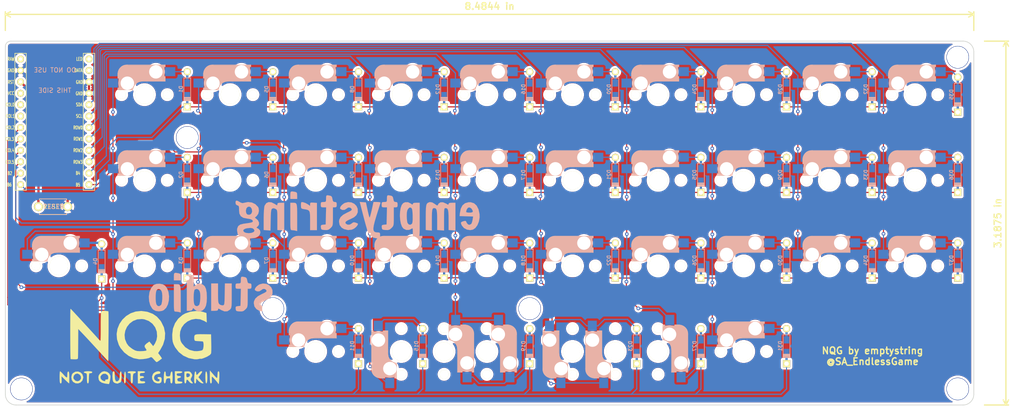
<source format=kicad_pcb>
(kicad_pcb (version 20171130) (host pcbnew "(5.1.0-0)")
  (layers (0 F.Cu signal) (31 B.Cu signal) (34 B.Paste user) (35 F.Paste user) (36 B.SilkS user) (37 F.SilkS user) (38 B.Mask user) (39 F.Mask user) (44 Edge.Cuts user))
  (net 0 "")
  (net 1 row2)
  (net 2 "Net-(D1-Pad2)")
  (net 3 "Net-(D2-Pad2)")
  (net 4 row0)
  (net 5 row1)
  (net 6 "Net-(D3-Pad2)")
  (net 7 "Net-(D4-Pad2)")
  (net 8 "Net-(D5-Pad2)")
  (net 9 "Net-(D6-Pad2)")
  (net 10 "Net-(D7-Pad2)")
  (net 11 "Net-(D8-Pad2)")
  (net 12 "Net-(D9-Pad2)")
  (net 13 "Net-(D10-Pad2)")
  (net 14 "Net-(D12-Pad2)")
  (net 15 "Net-(D13-Pad2)")
  (net 16 row3)
  (net 17 "Net-(D14-Pad2)")
  (net 18 "Net-(D15-Pad2)")
  (net 19 "Net-(D16-Pad2)")
  (net 20 "Net-(D17-Pad2)")
  (net 21 "Net-(D18-Pad2)")
  (net 22 "Net-(D19-Pad2)")
  (net 23 "Net-(D20-Pad2)")
  (net 24 "Net-(D21-Pad2)")
  (net 25 "Net-(D22-Pad2)")
  (net 26 "Net-(D23-Pad2)")
  (net 27 "Net-(D24-Pad2)")
  (net 28 "Net-(D25-Pad2)")
  (net 29 "Net-(D26-Pad2)")
  (net 30 "Net-(D27-Pad2)")
  (net 31 "Net-(D28-Pad2)")
  (net 32 "Net-(D29-Pad2)")
  (net 33 "Net-(D30-Pad2)")
  (net 34 "Net-(D31-Pad2)")
  (net 35 "Net-(D32-Pad2)")
  (net 36 "Net-(D33-Pad2)")
  (net 37 "Net-(D34-Pad2)")
  (net 38 "Net-(D35-Pad2)")
  (net 39 col0)
  (net 40 col1)
  (net 41 col2)
  (net 42 col3)
  (net 43 col4)
  (net 44 col5)
  (net 45 col6)
  (net 46 col7)
  (net 47 col8)
  (net 48 col9)
  (net 49 GND)
  (net 50 reset)
  (net 51 "Net-(U1-Pad24)")
  (net 52 VCC)
  (net 53 "Net-(U1-Pad20)")
  (net 54 "Net-(U1-Pad19)")
  (net 55 "Net-(U1-Pad2)")
  (net 56 "Net-(U1-Pad1)")
  (net 57 "Net-(D11-Pad2)")
  (net 58 "Net-(D37-Pad2)")
  (net 59 "Net-(D36-Pad2)")
  (module emptystring:CherryMX_Hotswap_Back (layer F.Cu) (at 171.45072 152.40064)
    (fp_text reference SW2 hide)
    (fp_text value SW_PUSH hide)
    (pad 2 smd rect (at 5.7 -5.12 180) (size 2.3 2) (layers B.Cu B.Paste B.Mask) (net 3 "Net-(D2-Pad2)"))
    (pad "" np_thru_hole circle (at -5.08 0) (size 1.9 1.9) (drill 1.9) (layers *.Cu *.Mask F.SilkS))
    (pad "" np_thru_hole circle (at 5.08 0) (size 1.9 1.9) (drill 1.9) (layers *.Cu *.Mask F.SilkS))
    (pad "" np_thru_hole circle (at 0 0 90) (size 4.1 4.1) (drill 4.1) (layers *.Cu *.Mask F.SilkS))
    (pad "" np_thru_hole circle (at 2.54 -5.08 180) (size 3 3) (drill 3) (layers *.Cu *.Mask))
    (pad "" np_thru_hole circle (at -3.81 -2.54 180) (size 3 3) (drill 3) (layers *.Cu *.Mask))
    (pad 1 smd rect (at -7 -2.58 180) (size 2.3 2) (layers B.Cu B.Paste B.Mask) (net 39 col0))
  )
  (module kbd:HOLE (layer F.Cu) (at 200.02584 180.97576)
    (fp_text reference Ref**)
    (fp_text value Val**)
    (pad "" np_thru_hole circle (at 0 0) (size 5 5) (drill 4.8) (layers *.Cu *.Mask))
  )
  (module kbd:HOLE (layer F.Cu) (at 180.97576 142.8756)
    (fp_text reference Ref**)
    (fp_text value Val**)
    (pad "" np_thru_hole circle (at 0 0) (size 5 5) (drill 4.8) (layers *.Cu *.Mask))
  )
  (module emptystring:CherryMX_Hotswap_Back (layer F.Cu) (at 152.40064 171.45072)
    (fp_text reference SW4 hide)
    (fp_text value SW_PUSH hide)
    (pad 2 smd rect (at 5.7 -5.12 180) (size 2.3 2) (layers B.Cu B.Paste B.Mask) (net 7 "Net-(D4-Pad2)"))
    (pad "" np_thru_hole circle (at -5.08 0) (size 1.9 1.9) (drill 1.9) (layers *.Cu *.Mask F.SilkS))
    (pad "" np_thru_hole circle (at 5.08 0) (size 1.9 1.9) (drill 1.9) (layers *.Cu *.Mask F.SilkS))
    (pad "" np_thru_hole circle (at 0 0 90) (size 4.1 4.1) (drill 4.1) (layers *.Cu *.Mask F.SilkS))
    (pad "" np_thru_hole circle (at 2.54 -5.08 180) (size 3 3) (drill 3) (layers *.Cu *.Mask))
    (pad "" np_thru_hole circle (at -3.81 -2.54 180) (size 3 3) (drill 3) (layers *.Cu *.Mask))
    (pad 1 smd rect (at -7 -2.58 180) (size 2.3 2) (layers B.Cu B.Paste B.Mask) (net 39 col0))
  )
  (module emptystring:CherryMX_Hotswap_Back (layer F.Cu) (at 190.5 133.35)
    (fp_text reference SW5 hide)
    (fp_text value SW_PUSH hide)
    (pad 1 smd rect (at -7 -2.58 180) (size 2.3 2) (layers B.Cu B.Paste B.Mask) (net 40 col1))
    (pad "" np_thru_hole circle (at -3.81 -2.54 180) (size 3 3) (drill 3) (layers *.Cu *.Mask))
    (pad "" np_thru_hole circle (at 2.54 -5.08 180) (size 3 3) (drill 3) (layers *.Cu *.Mask))
    (pad "" np_thru_hole circle (at 0 0 90) (size 4.1 4.1) (drill 4.1) (layers *.Cu *.Mask F.SilkS))
    (pad "" np_thru_hole circle (at 5.08 0) (size 1.9 1.9) (drill 1.9) (layers *.Cu *.Mask F.SilkS))
    (pad "" np_thru_hole circle (at -5.08 0) (size 1.9 1.9) (drill 1.9) (layers *.Cu *.Mask F.SilkS))
    (pad 2 smd rect (at 5.7 -5.12 180) (size 2.3 2) (layers B.Cu B.Paste B.Mask) (net 8 "Net-(D5-Pad2)"))
  )
  (module Keebio-Parts:Diode-Hybrid-Back (layer F.Cu) (at 180.97576 151.21001 270)
    (fp_text reference D2 (at -0.0254 1.4 270) (layer B.SilkS) (effects (font (size 0.8 0.8)) (justify mirror)))
    (fp_text value D hide)
    (pad 1 thru_hole rect (at 3.9 0 270) (size 1.6 1.6) (drill 1) (layers *.Cu *.Mask F.SilkS) (net 5 row1))
    (pad 2 thru_hole circle (at -3.9 0 270) (size 1.6 1.6) (drill 1) (layers *.Cu *.Mask F.SilkS) (net 3 "Net-(D2-Pad2)"))
    (pad 1 smd rect (at 2.5 0 270) (size 2.9 0.5) (layers B.Cu) (net 5 row1))
    (pad 1 smd rect (at 1.4 0 270) (size 1.6 1.2) (layers B.Cu B.Paste B.Mask) (net 5 row1))
    (pad 2 smd rect (at -1.4 0 270) (size 1.6 1.2) (layers B.Cu B.Paste B.Mask) (net 3 "Net-(D2-Pad2)"))
    (pad 2 smd rect (at -2.5 0 270) (size 2.9 0.5) (layers B.Cu) (net 3 "Net-(D2-Pad2)"))
  )
  (module kbd:ResetSW (layer F.Cu) (at 151.1 158.275)
    (fp_text reference SW40 hide)
    (fp_text value SW_PUSH)
    (fp_text user RESET (at 0.127 0) (layer B.SilkS) (effects (justify mirror)))
    (fp_text user RESET (at 0 0) (layer F.SilkS))
    (pad 1 thru_hole circle (at 3.25 0) (size 2 2) (drill 1.3) (layers *.Cu *.Mask F.SilkS) (net 49 GND))
    (pad 2 thru_hole circle (at -3.25 0) (size 2 2) (drill 1.3) (layers *.Cu *.Mask F.SilkS) (net 50 reset))
  )
  (module kbd:ProMicro_v2_Backside (layer F.Cu) (at 151.45 139.9)
    (fp_text reference U1 hide)
    (fp_text value ProMicro hide)
    (fp_text user ROW1 (at 5.25 3.302) (layer F.SilkS) (effects (font (size 0.75 0.5) (thickness 0.125))))
    (fp_text user COL4 (at -9.95 5.85) (layer F.SilkS) (effects (font (size 0.75 0.5) (thickness 0.125))))
    (fp_text user ROW2 (at 5.2 5.85) (layer F.SilkS) (effects (font (size 0.75 0.5) (thickness 0.125))))
    (fp_text user COL5 (at -9.95 8.4455) (layer F.SilkS) (effects (font (size 0.75 0.5) (thickness 0.125))))
    (fp_text user ROW3 (at 5.2 8.4455) (layer F.SilkS) (effects (font (size 0.75 0.5) (thickness 0.125))))
    (fp_text user B2 (at -9.95 10.95) (layer F.SilkS) (effects (font (size 0.75 0.5) (thickness 0.125))))
    (fp_text user B4 (at 5.2 10.922) (layer F.SilkS) (effects (font (size 0.75 0.5) (thickness 0.125))))
    (fp_text user B5 (at 5.2 13.5255) (layer F.SilkS) (effects (font (size 0.75 0.5) (thickness 0.125))))
    (fp_text user B6 (at -10.05 13.5) (layer F.SilkS) (effects (font (size 0.75 0.5) (thickness 0.125))))
    (fp_text user COL0 (at -9.9 -4.3) (layer F.SilkS) (effects (font (size 0.75 0.5) (thickness 0.125))))
    (fp_text user SDA (at 5.461 -4.318) (layer F.SilkS) (effects (font (size 0.75 0.5) (thickness 0.125))))
    (fp_text user COL1 (at -9.85 -1.778) (layer F.SilkS) (effects (font (size 0.75 0.5) (thickness 0.125))))
    (fp_text user SCL (at 5.461 -1.778) (layer F.SilkS) (effects (font (size 0.75 0.5) (thickness 0.125))))
    (fp_text user COL2 (at -9.9 0.762) (layer F.SilkS) (effects (font (size 0.75 0.5) (thickness 0.125))))
    (fp_text user ROW0 (at 5.2 0.8) (layer F.SilkS) (effects (font (size 0.75 0.5) (thickness 0.125))))
    (fp_text user COL3 (at -10 3.35) (layer F.SilkS) (effects (font (size 0.75 0.5) (thickness 0.125))))
    (fp_text user GND (at 5.461 -6.7945) (layer F.SilkS) (effects (font (size 0.75 0.5) (thickness 0.125))))
    (fp_text user VCC (at -9.7155 -6.858) (layer F.SilkS) (effects (font (size 0.75 0.5) (thickness 0.125))))
    (fp_text user GND (at 5.5245 -9.3345) (layer F.SilkS) (effects (font (size 0.75 0.5) (thickness 0.125))))
    (fp_text user RST (at -9.7155 -9.3345) (layer F.SilkS) (effects (font (size 0.75 0.5) (thickness 0.125))))
    (fp_text user DATA (at 5.35 -11.95) (layer F.SilkS) (effects (font (size 0.75 0.5) (thickness 0.125))))
    (fp_text user GND (at -9.7155 -11.938) (layer F.SilkS) (effects (font (size 0.75 0.5) (thickness 0.125))))
    (fp_text user LED (at 5.5 -14.478) (layer F.SilkS) (effects (font (size 0.75 0.5) (thickness 0.125))))
    (fp_text user RAW (at -9.7155 -14.478) (layer F.SilkS) (effects (font (size 0.75 0.5) (thickness 0.125))))
    (fp_text user "" (at -1.2065 -16.256) (layer B.SilkS) (effects (justify mirror)))
    (fp_text user "" (at -0.5 -17.25) (layer F.SilkS))
    (fp_text user "DO NOT USE" (at 0.0508 -12.0142) (layer B.SilkS) (effects (justify mirror)))
    (fp_text user "THIS SIDE" (at 0.0508 -7.493) (layer B.SilkS) (effects (justify mirror)))
    (pad 24 thru_hole circle (at -7.5636 -14.478) (size 1.524 1.524) (drill 0.8128) (layers *.Cu *.Mask F.SilkS) (net 51 "Net-(U1-Pad24)"))
    (pad 23 thru_hole circle (at -7.5636 -11.938) (size 1.524 1.524) (drill 0.8128) (layers *.Cu *.Mask F.SilkS) (net 49 GND))
    (pad 22 thru_hole circle (at -7.5636 -9.398) (size 1.524 1.524) (drill 0.8128) (layers *.Cu *.Mask F.SilkS) (net 50 reset))
    (pad 21 thru_hole circle (at -7.5636 -6.858) (size 1.524 1.524) (drill 0.8128) (layers *.Cu *.Mask F.SilkS) (net 52 VCC))
    (pad 20 thru_hole circle (at -7.5636 -4.318) (size 1.524 1.524) (drill 0.8128) (layers *.Cu *.Mask F.SilkS) (net 53 "Net-(U1-Pad20)"))
    (pad 19 thru_hole circle (at -7.5636 -1.778) (size 1.524 1.524) (drill 0.8128) (layers *.Cu *.Mask F.SilkS) (net 54 "Net-(U1-Pad19)"))
    (pad 18 thru_hole circle (at -7.5636 0.762) (size 1.524 1.524) (drill 0.8128) (layers *.Cu *.Mask F.SilkS) (net 40 col1))
    (pad 17 thru_hole circle (at -7.5636 3.302) (size 1.524 1.524) (drill 0.8128) (layers *.Cu *.Mask F.SilkS) (net 39 col0))
    (pad 16 thru_hole circle (at -7.5636 5.842) (size 1.524 1.524) (drill 0.8128) (layers *.Cu *.Mask F.SilkS) (net 16 row3))
    (pad 15 thru_hole circle (at -7.5636 8.382) (size 1.524 1.524) (drill 0.8128) (layers *.Cu *.Mask F.SilkS) (net 1 row2))
    (pad 14 thru_hole circle (at -7.5636 10.922) (size 1.524 1.524) (drill 0.8128) (layers *.Cu *.Mask F.SilkS) (net 5 row1))
    (pad 13 thru_hole circle (at -7.5636 13.462) (size 1.524 1.524) (drill 0.8128) (layers *.Cu *.Mask F.SilkS) (net 4 row0))
    (pad 12 thru_hole circle (at 7.6564 13.462) (size 1.524 1.524) (drill 0.8128) (layers *.Cu *.Mask F.SilkS) (net 41 col2))
    (pad 11 thru_hole circle (at 7.6564 10.922) (size 1.524 1.524) (drill 0.8128) (layers *.Cu *.Mask F.SilkS) (net 42 col3))
    (pad 10 thru_hole circle (at 7.6564 8.382) (size 1.524 1.524) (drill 0.8128) (layers *.Cu *.Mask F.SilkS) (net 43 col4))
    (pad 9 thru_hole circle (at 7.6564 5.842) (size 1.524 1.524) (drill 0.8128) (layers *.Cu *.Mask F.SilkS) (net 44 col5))
    (pad 8 thru_hole circle (at 7.6564 3.302) (size 1.524 1.524) (drill 0.8128) (layers *.Cu *.Mask F.SilkS) (net 45 col6))
    (pad 7 thru_hole circle (at 7.6564 0.762) (size 1.524 1.524) (drill 0.8128) (layers *.Cu *.Mask F.SilkS) (net 46 col7))
    (pad 6 thru_hole circle (at 7.6564 -1.778) (size 1.524 1.524) (drill 0.8128) (layers *.Cu *.Mask F.SilkS) (net 47 col8))
    (pad 5 thru_hole circle (at 7.6564 -4.318) (size 1.524 1.524) (drill 0.8128) (layers *.Cu *.Mask F.SilkS) (net 48 col9))
    (pad 4 thru_hole circle (at 7.6564 -6.858) (size 1.524 1.524) (drill 0.8128) (layers *.Cu *.Mask F.SilkS) (net 49 GND))
    (pad 3 thru_hole circle (at 7.6564 -9.398) (size 1.524 1.524) (drill 0.8128) (layers *.Cu *.Mask F.SilkS) (net 49 GND))
    (pad 2 thru_hole circle (at 7.6564 -11.938) (size 1.524 1.524) (drill 0.8128) (layers *.Cu *.Mask F.SilkS) (net 55 "Net-(U1-Pad2)"))
    (pad 1 thru_hole circle (at 7.6564 -14.478) (size 1.524 1.524) (drill 0.8128) (layers *.Cu *.Mask F.SilkS) (net 56 "Net-(U1-Pad1)"))
  )
  (module kbd:HOLE (layer F.Cu) (at 352.42648 125.01615)
    (fp_text reference Ref**)
    (fp_text value Val**)
    (pad "" np_thru_hole circle (at 0 0) (size 5 5) (drill 4.8) (layers *.Cu *.Mask))
  )
  (module kbd:HOLE (layer F.Cu) (at 352.42648 198.83521)
    (fp_text reference Ref**)
    (fp_text value Val**)
    (pad "" np_thru_hole circle (at 0 0) (size 5 5) (drill 4.8) (layers *.Cu *.Mask))
  )
  (module kbd:HOLE (layer F.Cu) (at 144.06623 198.83521)
    (fp_text reference Ref**)
    (fp_text value Val**)
    (pad "" np_thru_hole circle (at 0 0) (size 5 5) (drill 4.8) (layers *.Cu *.Mask))
  )
  (module kbd:HOLE (layer F.Cu) (at 257.17608 180.97576)
    (fp_text reference Ref**)
    (fp_text value Val**)
    (pad "" np_thru_hole circle (at 0 0) (size 5 5) (drill 4.8) (layers *.Cu *.Mask))
  )
  (module emptystring:nqgLogo (layer F.Cu) (at 170.26009 189.31017)
    (fp_text reference G*** hide)
    (fp_text value LOGO hide)
  )
  (module emptystring:emptystringLogo (layer B.Cu) (at 196.45395 173.83198 180)
    (fp_text reference G*** hide)
    (fp_text value LOGO hide)
  )
  (module Keebio-Parts:Diode-Hybrid-Back (layer F.Cu) (at 180.97576 132.15993 270)
    (fp_text reference D1 (at -0.0254 1.4 270) (layer B.SilkS) (effects (font (size 0.8 0.8)) (justify mirror)))
    (fp_text value D hide)
    (pad 1 thru_hole rect (at 3.9 0 270) (size 1.6 1.6) (drill 1) (layers *.Cu *.Mask F.SilkS) (net 4 row0))
    (pad 2 thru_hole circle (at -3.9 0 270) (size 1.6 1.6) (drill 1) (layers *.Cu *.Mask F.SilkS) (net 2 "Net-(D1-Pad2)"))
    (pad 1 smd rect (at 2.5 0 270) (size 2.9 0.5) (layers B.Cu) (net 4 row0))
    (pad 1 smd rect (at 1.4 0 270) (size 1.6 1.2) (layers B.Cu B.Paste B.Mask) (net 4 row0))
    (pad 2 smd rect (at -1.4 0 270) (size 1.6 1.2) (layers B.Cu B.Paste B.Mask) (net 2 "Net-(D1-Pad2)"))
    (pad 2 smd rect (at -2.5 0 270) (size 2.9 0.5) (layers B.Cu) (net 2 "Net-(D1-Pad2)"))
  )
  (module Keebio-Parts:Diode-Hybrid-Back (layer F.Cu) (at 180.97576 170.26009 270)
    (fp_text reference D3 (at -0.0254 1.4 270) (layer B.SilkS) (effects (font (size 0.8 0.8)) (justify mirror)))
    (fp_text value D hide)
    (pad 1 thru_hole rect (at 3.9 0 270) (size 1.6 1.6) (drill 1) (layers *.Cu *.Mask F.SilkS) (net 1 row2))
    (pad 2 thru_hole circle (at -3.9 0 270) (size 1.6 1.6) (drill 1) (layers *.Cu *.Mask F.SilkS) (net 6 "Net-(D3-Pad2)"))
    (pad 1 smd rect (at 2.5 0 270) (size 2.9 0.5) (layers B.Cu) (net 1 row2))
    (pad 1 smd rect (at 1.4 0 270) (size 1.6 1.2) (layers B.Cu B.Paste B.Mask) (net 1 row2))
    (pad 2 smd rect (at -1.4 0 270) (size 1.6 1.2) (layers B.Cu B.Paste B.Mask) (net 6 "Net-(D3-Pad2)"))
    (pad 2 smd rect (at -2.5 0 270) (size 2.9 0.5) (layers B.Cu) (net 6 "Net-(D3-Pad2)"))
  )
  (module Keebio-Parts:Diode-Hybrid-Back (layer F.Cu) (at 161.92568 170.46946 270)
    (fp_text reference D4 (at -0.0254 1.4 270) (layer B.SilkS) (effects (font (size 0.8 0.8)) (justify mirror)))
    (fp_text value D hide)
    (pad 1 thru_hole rect (at 3.9 0 270) (size 1.6 1.6) (drill 1) (layers *.Cu *.Mask F.SilkS) (net 16 row3))
    (pad 2 thru_hole circle (at -3.9 0 270) (size 1.6 1.6) (drill 1) (layers *.Cu *.Mask F.SilkS) (net 7 "Net-(D4-Pad2)"))
    (pad 1 smd rect (at 2.5 0 270) (size 2.9 0.5) (layers B.Cu) (net 16 row3))
    (pad 1 smd rect (at 1.4 0 270) (size 1.6 1.2) (layers B.Cu B.Paste B.Mask) (net 16 row3))
    (pad 2 smd rect (at -1.4 0 270) (size 1.6 1.2) (layers B.Cu B.Paste B.Mask) (net 7 "Net-(D4-Pad2)"))
    (pad 2 smd rect (at -2.5 0 270) (size 2.9 0.5) (layers B.Cu) (net 7 "Net-(D4-Pad2)"))
  )
  (module Keebio-Parts:Diode-Hybrid-Back (layer F.Cu) (at 200.02584 132.15993 270)
    (fp_text reference D5 (at -0.0254 1.4 270) (layer B.SilkS) (effects (font (size 0.8 0.8)) (justify mirror)))
    (fp_text value D hide)
    (pad 2 smd rect (at -2.5 0 270) (size 2.9 0.5) (layers B.Cu) (net 8 "Net-(D5-Pad2)"))
    (pad 2 smd rect (at -1.4 0 270) (size 1.6 1.2) (layers B.Cu B.Paste B.Mask) (net 8 "Net-(D5-Pad2)"))
    (pad 1 smd rect (at 1.4 0 270) (size 1.6 1.2) (layers B.Cu B.Paste B.Mask) (net 4 row0))
    (pad 1 smd rect (at 2.5 0 270) (size 2.9 0.5) (layers B.Cu) (net 4 row0))
    (pad 2 thru_hole circle (at -3.9 0 270) (size 1.6 1.6) (drill 1) (layers *.Cu *.Mask F.SilkS) (net 8 "Net-(D5-Pad2)"))
    (pad 1 thru_hole rect (at 3.9 0 270) (size 1.6 1.6) (drill 1) (layers *.Cu *.Mask F.SilkS) (net 4 row0))
  )
  (module Keebio-Parts:Diode-Hybrid-Back (layer F.Cu) (at 200.02584 151.21001 270)
    (fp_text reference D6 (at -0.0254 1.4 270) (layer B.SilkS) (effects (font (size 0.8 0.8)) (justify mirror)))
    (fp_text value D hide)
    (pad 2 smd rect (at -2.5 0 270) (size 2.9 0.5) (layers B.Cu) (net 9 "Net-(D6-Pad2)"))
    (pad 2 smd rect (at -1.4 0 270) (size 1.6 1.2) (layers B.Cu B.Paste B.Mask) (net 9 "Net-(D6-Pad2)"))
    (pad 1 smd rect (at 1.4 0 270) (size 1.6 1.2) (layers B.Cu B.Paste B.Mask) (net 5 row1))
    (pad 1 smd rect (at 2.5 0 270) (size 2.9 0.5) (layers B.Cu) (net 5 row1))
    (pad 2 thru_hole circle (at -3.9 0 270) (size 1.6 1.6) (drill 1) (layers *.Cu *.Mask F.SilkS) (net 9 "Net-(D6-Pad2)"))
    (pad 1 thru_hole rect (at 3.9 0 270) (size 1.6 1.6) (drill 1) (layers *.Cu *.Mask F.SilkS) (net 5 row1))
  )
  (module Keebio-Parts:Diode-Hybrid-Back (layer F.Cu) (at 200.02425 170.26009 270)
    (fp_text reference D7 (at -0.0254 1.4 270) (layer B.SilkS) (effects (font (size 0.8 0.8)) (justify mirror)))
    (fp_text value D hide)
    (pad 2 smd rect (at -2.5 0 270) (size 2.9 0.5) (layers B.Cu) (net 10 "Net-(D7-Pad2)"))
    (pad 2 smd rect (at -1.4 0 270) (size 1.6 1.2) (layers B.Cu B.Paste B.Mask) (net 10 "Net-(D7-Pad2)"))
    (pad 1 smd rect (at 1.4 0 270) (size 1.6 1.2) (layers B.Cu B.Paste B.Mask) (net 1 row2))
    (pad 1 smd rect (at 2.5 0 270) (size 2.9 0.5) (layers B.Cu) (net 1 row2))
    (pad 2 thru_hole circle (at -3.9 0 270) (size 1.6 1.6) (drill 1) (layers *.Cu *.Mask F.SilkS) (net 10 "Net-(D7-Pad2)"))
    (pad 1 thru_hole rect (at 3.9 0 270) (size 1.6 1.6) (drill 1) (layers *.Cu *.Mask F.SilkS) (net 1 row2))
  )
  (module Keebio-Parts:Diode-Hybrid-Back (layer F.Cu) (at 219.07592 132.15993 270)
    (fp_text reference D8 (at -0.0254 1.4 270) (layer B.SilkS) (effects (font (size 0.8 0.8)) (justify mirror)))
    (fp_text value D hide)
    (pad 1 thru_hole rect (at 3.9 0 270) (size 1.6 1.6) (drill 1) (layers *.Cu *.Mask F.SilkS) (net 4 row0))
    (pad 2 thru_hole circle (at -3.9 0 270) (size 1.6 1.6) (drill 1) (layers *.Cu *.Mask F.SilkS) (net 11 "Net-(D8-Pad2)"))
    (pad 1 smd rect (at 2.5 0 270) (size 2.9 0.5) (layers B.Cu) (net 4 row0))
    (pad 1 smd rect (at 1.4 0 270) (size 1.6 1.2) (layers B.Cu B.Paste B.Mask) (net 4 row0))
    (pad 2 smd rect (at -1.4 0 270) (size 1.6 1.2) (layers B.Cu B.Paste B.Mask) (net 11 "Net-(D8-Pad2)"))
    (pad 2 smd rect (at -2.5 0 270) (size 2.9 0.5) (layers B.Cu) (net 11 "Net-(D8-Pad2)"))
  )
  (module Keebio-Parts:Diode-Hybrid-Back (layer F.Cu) (at 219.07592 151.21001 270)
    (fp_text reference D9 (at -0.0254 1.4 270) (layer B.SilkS) (effects (font (size 0.8 0.8)) (justify mirror)))
    (fp_text value D hide)
    (pad 1 thru_hole rect (at 3.9 0 270) (size 1.6 1.6) (drill 1) (layers *.Cu *.Mask F.SilkS) (net 5 row1))
    (pad 2 thru_hole circle (at -3.9 0 270) (size 1.6 1.6) (drill 1) (layers *.Cu *.Mask F.SilkS) (net 12 "Net-(D9-Pad2)"))
    (pad 1 smd rect (at 2.5 0 270) (size 2.9 0.5) (layers B.Cu) (net 5 row1))
    (pad 1 smd rect (at 1.4 0 270) (size 1.6 1.2) (layers B.Cu B.Paste B.Mask) (net 5 row1))
    (pad 2 smd rect (at -1.4 0 270) (size 1.6 1.2) (layers B.Cu B.Paste B.Mask) (net 12 "Net-(D9-Pad2)"))
    (pad 2 smd rect (at -2.5 0 270) (size 2.9 0.5) (layers B.Cu) (net 12 "Net-(D9-Pad2)"))
  )
  (module Keebio-Parts:Diode-Hybrid-Back (layer F.Cu) (at 219.07592 170.26009 270)
    (fp_text reference D10 (at -0.0254 1.4 270) (layer B.SilkS) (effects (font (size 0.8 0.8)) (justify mirror)))
    (fp_text value D hide)
    (pad 1 thru_hole rect (at 3.9 0 270) (size 1.6 1.6) (drill 1) (layers *.Cu *.Mask F.SilkS) (net 1 row2))
    (pad 2 thru_hole circle (at -3.9 0 270) (size 1.6 1.6) (drill 1) (layers *.Cu *.Mask F.SilkS) (net 13 "Net-(D10-Pad2)"))
    (pad 1 smd rect (at 2.5 0 270) (size 2.9 0.5) (layers B.Cu) (net 1 row2))
    (pad 1 smd rect (at 1.4 0 270) (size 1.6 1.2) (layers B.Cu B.Paste B.Mask) (net 1 row2))
    (pad 2 smd rect (at -1.4 0 270) (size 1.6 1.2) (layers B.Cu B.Paste B.Mask) (net 13 "Net-(D10-Pad2)"))
    (pad 2 smd rect (at -2.5 0 270) (size 2.9 0.5) (layers B.Cu) (net 13 "Net-(D10-Pad2)"))
  )
  (module Keebio-Parts:Diode-Hybrid-Back (layer F.Cu) (at 219.07592 189.31017 270)
    (fp_text reference D11 (at -0.0254 1.4 270) (layer B.SilkS) (effects (font (size 0.8 0.8)) (justify mirror)))
    (fp_text value D hide)
    (pad 1 thru_hole rect (at 3.9 0 270) (size 1.6 1.6) (drill 1) (layers *.Cu *.Mask F.SilkS) (net 16 row3))
    (pad 2 thru_hole circle (at -3.9 0 270) (size 1.6 1.6) (drill 1) (layers *.Cu *.Mask F.SilkS) (net 57 "Net-(D11-Pad2)"))
    (pad 1 smd rect (at 2.5 0 270) (size 2.9 0.5) (layers B.Cu) (net 16 row3))
    (pad 1 smd rect (at 1.4 0 270) (size 1.6 1.2) (layers B.Cu B.Paste B.Mask) (net 16 row3))
    (pad 2 smd rect (at -1.4 0 270) (size 1.6 1.2) (layers B.Cu B.Paste B.Mask) (net 57 "Net-(D11-Pad2)"))
    (pad 2 smd rect (at -2.5 0 270) (size 2.9 0.5) (layers B.Cu) (net 57 "Net-(D11-Pad2)"))
  )
  (module Keebio-Parts:Diode-Hybrid-Back (layer F.Cu) (at 238.126 132.15993 270)
    (fp_text reference D12 (at -0.0254 1.4 270) (layer B.SilkS) (effects (font (size 0.8 0.8)) (justify mirror)))
    (fp_text value D hide)
    (pad 2 smd rect (at -2.5 0 270) (size 2.9 0.5) (layers B.Cu) (net 14 "Net-(D12-Pad2)"))
    (pad 2 smd rect (at -1.4 0 270) (size 1.6 1.2) (layers B.Cu B.Paste B.Mask) (net 14 "Net-(D12-Pad2)"))
    (pad 1 smd rect (at 1.4 0 270) (size 1.6 1.2) (layers B.Cu B.Paste B.Mask) (net 4 row0))
    (pad 1 smd rect (at 2.5 0 270) (size 2.9 0.5) (layers B.Cu) (net 4 row0))
    (pad 2 thru_hole circle (at -3.9 0 270) (size 1.6 1.6) (drill 1) (layers *.Cu *.Mask F.SilkS) (net 14 "Net-(D12-Pad2)"))
    (pad 1 thru_hole rect (at 3.9 0 270) (size 1.6 1.6) (drill 1) (layers *.Cu *.Mask F.SilkS) (net 4 row0))
  )
  (module Keebio-Parts:Diode-Hybrid-Back (layer F.Cu) (at 238.126 151.21001 270)
    (fp_text reference D13 (at -0.0254 1.4 270) (layer B.SilkS) (effects (font (size 0.8 0.8)) (justify mirror)))
    (fp_text value D hide)
    (pad 2 smd rect (at -2.5 0 270) (size 2.9 0.5) (layers B.Cu) (net 15 "Net-(D13-Pad2)"))
    (pad 2 smd rect (at -1.4 0 270) (size 1.6 1.2) (layers B.Cu B.Paste B.Mask) (net 15 "Net-(D13-Pad2)"))
    (pad 1 smd rect (at 1.4 0 270) (size 1.6 1.2) (layers B.Cu B.Paste B.Mask) (net 5 row1))
    (pad 1 smd rect (at 2.5 0 270) (size 2.9 0.5) (layers B.Cu) (net 5 row1))
    (pad 2 thru_hole circle (at -3.9 0 270) (size 1.6 1.6) (drill 1) (layers *.Cu *.Mask F.SilkS) (net 15 "Net-(D13-Pad2)"))
    (pad 1 thru_hole rect (at 3.9 0 270) (size 1.6 1.6) (drill 1) (layers *.Cu *.Mask F.SilkS) (net 5 row1))
  )
  (module Keebio-Parts:Diode-Hybrid-Back (layer F.Cu) (at 238.12425 170.26009 270)
    (fp_text reference D14 (at -0.0254 1.4 270) (layer B.SilkS) (effects (font (size 0.8 0.8)) (justify mirror)))
    (fp_text value D hide)
    (pad 2 smd rect (at -2.5 0 270) (size 2.9 0.5) (layers B.Cu) (net 17 "Net-(D14-Pad2)"))
    (pad 2 smd rect (at -1.4 0 270) (size 1.6 1.2) (layers B.Cu B.Paste B.Mask) (net 17 "Net-(D14-Pad2)"))
    (pad 1 smd rect (at 1.4 0 270) (size 1.6 1.2) (layers B.Cu B.Paste B.Mask) (net 1 row2))
    (pad 1 smd rect (at 2.5 0 270) (size 2.9 0.5) (layers B.Cu) (net 1 row2))
    (pad 2 thru_hole circle (at -3.9 0 270) (size 1.6 1.6) (drill 1) (layers *.Cu *.Mask F.SilkS) (net 17 "Net-(D14-Pad2)"))
    (pad 1 thru_hole rect (at 3.9 0 270) (size 1.6 1.6) (drill 1) (layers *.Cu *.Mask F.SilkS) (net 1 row2))
  )
  (module Keebio-Parts:Diode-Hybrid-Back (layer F.Cu) (at 233.36348 189.31017 270)
    (fp_text reference D15 (at -0.0254 1.4 270) (layer B.SilkS) (effects (font (size 0.8 0.8)) (justify mirror)))
    (fp_text value D hide)
    (pad 2 smd rect (at -2.5 0 270) (size 2.9 0.5) (layers B.Cu) (net 18 "Net-(D15-Pad2)"))
    (pad 2 smd rect (at -1.4 0 270) (size 1.6 1.2) (layers B.Cu B.Paste B.Mask) (net 18 "Net-(D15-Pad2)"))
    (pad 1 smd rect (at 1.4 0 270) (size 1.6 1.2) (layers B.Cu B.Paste B.Mask) (net 16 row3))
    (pad 1 smd rect (at 2.5 0 270) (size 2.9 0.5) (layers B.Cu) (net 16 row3))
    (pad 2 thru_hole circle (at -3.9 0 270) (size 1.6 1.6) (drill 1) (layers *.Cu *.Mask F.SilkS) (net 18 "Net-(D15-Pad2)"))
    (pad 1 thru_hole rect (at 3.9 0 270) (size 1.6 1.6) (drill 1) (layers *.Cu *.Mask F.SilkS) (net 16 row3))
  )
  (module Keebio-Parts:Diode-Hybrid-Back (layer F.Cu) (at 257.17608 132.15993 270)
    (fp_text reference D16 (at -0.0254 1.4 270) (layer B.SilkS) (effects (font (size 0.8 0.8)) (justify mirror)))
    (fp_text value D hide)
    (pad 2 smd rect (at -2.5 0 270) (size 2.9 0.5) (layers B.Cu) (net 19 "Net-(D16-Pad2)"))
    (pad 2 smd rect (at -1.4 0 270) (size 1.6 1.2) (layers B.Cu B.Paste B.Mask) (net 19 "Net-(D16-Pad2)"))
    (pad 1 smd rect (at 1.4 0 270) (size 1.6 1.2) (layers B.Cu B.Paste B.Mask) (net 4 row0))
    (pad 1 smd rect (at 2.5 0 270) (size 2.9 0.5) (layers B.Cu) (net 4 row0))
    (pad 2 thru_hole circle (at -3.9 0 270) (size 1.6 1.6) (drill 1) (layers *.Cu *.Mask F.SilkS) (net 19 "Net-(D16-Pad2)"))
    (pad 1 thru_hole rect (at 3.9 0 270) (size 1.6 1.6) (drill 1) (layers *.Cu *.Mask F.SilkS) (net 4 row0))
  )
  (module Keebio-Parts:Diode-Hybrid-Back (layer F.Cu) (at 257.17608 151.21001 270)
    (fp_text reference D17 (at -0.0254 1.4 270) (layer B.SilkS) (effects (font (size 0.8 0.8)) (justify mirror)))
    (fp_text value D hide)
    (pad 1 thru_hole rect (at 3.9 0 270) (size 1.6 1.6) (drill 1) (layers *.Cu *.Mask F.SilkS) (net 5 row1))
    (pad 2 thru_hole circle (at -3.9 0 270) (size 1.6 1.6) (drill 1) (layers *.Cu *.Mask F.SilkS) (net 20 "Net-(D17-Pad2)"))
    (pad 1 smd rect (at 2.5 0 270) (size 2.9 0.5) (layers B.Cu) (net 5 row1))
    (pad 1 smd rect (at 1.4 0 270) (size 1.6 1.2) (layers B.Cu B.Paste B.Mask) (net 5 row1))
    (pad 2 smd rect (at -1.4 0 270) (size 1.6 1.2) (layers B.Cu B.Paste B.Mask) (net 20 "Net-(D17-Pad2)"))
    (pad 2 smd rect (at -2.5 0 270) (size 2.9 0.5) (layers B.Cu) (net 20 "Net-(D17-Pad2)"))
  )
  (module Keebio-Parts:Diode-Hybrid-Back (layer F.Cu) (at 257.17608 170.26009 270)
    (fp_text reference D18 (at -0.0254 1.4 270) (layer B.SilkS) (effects (font (size 0.8 0.8)) (justify mirror)))
    (fp_text value D hide)
    (pad 1 thru_hole rect (at 3.9 0 270) (size 1.6 1.6) (drill 1) (layers *.Cu *.Mask F.SilkS) (net 1 row2))
    (pad 2 thru_hole circle (at -3.9 0 270) (size 1.6 1.6) (drill 1) (layers *.Cu *.Mask F.SilkS) (net 21 "Net-(D18-Pad2)"))
    (pad 1 smd rect (at 2.5 0 270) (size 2.9 0.5) (layers B.Cu) (net 1 row2))
    (pad 1 smd rect (at 1.4 0 270) (size 1.6 1.2) (layers B.Cu B.Paste B.Mask) (net 1 row2))
    (pad 2 smd rect (at -1.4 0 270) (size 1.6 1.2) (layers B.Cu B.Paste B.Mask) (net 21 "Net-(D18-Pad2)"))
    (pad 2 smd rect (at -2.5 0 270) (size 2.9 0.5) (layers B.Cu) (net 21 "Net-(D18-Pad2)"))
  )
  (module Keebio-Parts:Diode-Hybrid-Back (layer F.Cu) (at 257.17608 189.31017 270)
    (fp_text reference D19 (at -0.0254 1.4 270) (layer B.SilkS) (effects (font (size 0.8 0.8)) (justify mirror)))
    (fp_text value D hide)
    (pad 2 smd rect (at -2.5 0 270) (size 2.9 0.5) (layers B.Cu) (net 22 "Net-(D19-Pad2)"))
    (pad 2 smd rect (at -1.4 0 270) (size 1.6 1.2) (layers B.Cu B.Paste B.Mask) (net 22 "Net-(D19-Pad2)"))
    (pad 1 smd rect (at 1.4 0 270) (size 1.6 1.2) (layers B.Cu B.Paste B.Mask) (net 16 row3))
    (pad 1 smd rect (at 2.5 0 270) (size 2.9 0.5) (layers B.Cu) (net 16 row3))
    (pad 2 thru_hole circle (at -3.9 0 270) (size 1.6 1.6) (drill 1) (layers *.Cu *.Mask F.SilkS) (net 22 "Net-(D19-Pad2)"))
    (pad 1 thru_hole rect (at 3.9 0 270) (size 1.6 1.6) (drill 1) (layers *.Cu *.Mask F.SilkS) (net 16 row3))
  )
  (module Keebio-Parts:Diode-Hybrid-Back (layer F.Cu) (at 276.22616 132.15993 270)
    (fp_text reference D20 (at -0.0254 1.4 270) (layer B.SilkS) (effects (font (size 0.8 0.8)) (justify mirror)))
    (fp_text value D hide)
    (pad 2 smd rect (at -2.5 0 270) (size 2.9 0.5) (layers B.Cu) (net 23 "Net-(D20-Pad2)"))
    (pad 2 smd rect (at -1.4 0 270) (size 1.6 1.2) (layers B.Cu B.Paste B.Mask) (net 23 "Net-(D20-Pad2)"))
    (pad 1 smd rect (at 1.4 0 270) (size 1.6 1.2) (layers B.Cu B.Paste B.Mask) (net 4 row0))
    (pad 1 smd rect (at 2.5 0 270) (size 2.9 0.5) (layers B.Cu) (net 4 row0))
    (pad 2 thru_hole circle (at -3.9 0 270) (size 1.6 1.6) (drill 1) (layers *.Cu *.Mask F.SilkS) (net 23 "Net-(D20-Pad2)"))
    (pad 1 thru_hole rect (at 3.9 0 270) (size 1.6 1.6) (drill 1) (layers *.Cu *.Mask F.SilkS) (net 4 row0))
  )
  (module Keebio-Parts:Diode-Hybrid-Back (layer F.Cu) (at 276.22616 151.21001 270)
    (fp_text reference D21 (at -0.0254 1.4 270) (layer B.SilkS) (effects (font (size 0.8 0.8)) (justify mirror)))
    (fp_text value D hide)
    (pad 2 smd rect (at -2.5 0 270) (size 2.9 0.5) (layers B.Cu) (net 24 "Net-(D21-Pad2)"))
    (pad 2 smd rect (at -1.4 0 270) (size 1.6 1.2) (layers B.Cu B.Paste B.Mask) (net 24 "Net-(D21-Pad2)"))
    (pad 1 smd rect (at 1.4 0 270) (size 1.6 1.2) (layers B.Cu B.Paste B.Mask) (net 5 row1))
    (pad 1 smd rect (at 2.5 0 270) (size 2.9 0.5) (layers B.Cu) (net 5 row1))
    (pad 2 thru_hole circle (at -3.9 0 270) (size 1.6 1.6) (drill 1) (layers *.Cu *.Mask F.SilkS) (net 24 "Net-(D21-Pad2)"))
    (pad 1 thru_hole rect (at 3.9 0 270) (size 1.6 1.6) (drill 1) (layers *.Cu *.Mask F.SilkS) (net 5 row1))
  )
  (module Keebio-Parts:Diode-Hybrid-Back (layer F.Cu) (at 276.22616 170.26009 270)
    (fp_text reference D22 (at -0.0254 1.4 270) (layer B.SilkS) (effects (font (size 0.8 0.8)) (justify mirror)))
    (fp_text value D hide)
    (pad 2 smd rect (at -2.5 0 270) (size 2.9 0.5) (layers B.Cu) (net 25 "Net-(D22-Pad2)"))
    (pad 2 smd rect (at -1.4 0 270) (size 1.6 1.2) (layers B.Cu B.Paste B.Mask) (net 25 "Net-(D22-Pad2)"))
    (pad 1 smd rect (at 1.4 0 270) (size 1.6 1.2) (layers B.Cu B.Paste B.Mask) (net 1 row2))
    (pad 1 smd rect (at 2.5 0 270) (size 2.9 0.5) (layers B.Cu) (net 1 row2))
    (pad 2 thru_hole circle (at -3.9 0 270) (size 1.6 1.6) (drill 1) (layers *.Cu *.Mask F.SilkS) (net 25 "Net-(D22-Pad2)"))
    (pad 1 thru_hole rect (at 3.9 0 270) (size 1.6 1.6) (drill 1) (layers *.Cu *.Mask F.SilkS) (net 1 row2))
  )
  (module Keebio-Parts:Diode-Hybrid-Back (layer F.Cu) (at 280.98868 189.31017 270)
    (fp_text reference D23 (at -0.0254 1.4 270) (layer B.SilkS) (effects (font (size 0.8 0.8)) (justify mirror)))
    (fp_text value D hide)
    (pad 1 thru_hole rect (at 3.9 0 270) (size 1.6 1.6) (drill 1) (layers *.Cu *.Mask F.SilkS) (net 16 row3))
    (pad 2 thru_hole circle (at -3.9 0 270) (size 1.6 1.6) (drill 1) (layers *.Cu *.Mask F.SilkS) (net 26 "Net-(D23-Pad2)"))
    (pad 1 smd rect (at 2.5 0 270) (size 2.9 0.5) (layers B.Cu) (net 16 row3))
    (pad 1 smd rect (at 1.4 0 270) (size 1.6 1.2) (layers B.Cu B.Paste B.Mask) (net 16 row3))
    (pad 2 smd rect (at -1.4 0 270) (size 1.6 1.2) (layers B.Cu B.Paste B.Mask) (net 26 "Net-(D23-Pad2)"))
    (pad 2 smd rect (at -2.5 0 270) (size 2.9 0.5) (layers B.Cu) (net 26 "Net-(D23-Pad2)"))
  )
  (module Keebio-Parts:Diode-Hybrid-Back (layer F.Cu) (at 295.27624 132.15993 270)
    (fp_text reference D24 (at -0.0254 1.4 270) (layer B.SilkS) (effects (font (size 0.8 0.8)) (justify mirror)))
    (fp_text value D hide)
    (pad 1 thru_hole rect (at 3.9 0 270) (size 1.6 1.6) (drill 1) (layers *.Cu *.Mask F.SilkS) (net 4 row0))
    (pad 2 thru_hole circle (at -3.9 0 270) (size 1.6 1.6) (drill 1) (layers *.Cu *.Mask F.SilkS) (net 27 "Net-(D24-Pad2)"))
    (pad 1 smd rect (at 2.5 0 270) (size 2.9 0.5) (layers B.Cu) (net 4 row0))
    (pad 1 smd rect (at 1.4 0 270) (size 1.6 1.2) (layers B.Cu B.Paste B.Mask) (net 4 row0))
    (pad 2 smd rect (at -1.4 0 270) (size 1.6 1.2) (layers B.Cu B.Paste B.Mask) (net 27 "Net-(D24-Pad2)"))
    (pad 2 smd rect (at -2.5 0 270) (size 2.9 0.5) (layers B.Cu) (net 27 "Net-(D24-Pad2)"))
  )
  (module Keebio-Parts:Diode-Hybrid-Back (layer F.Cu) (at 295.27425 151.21001 270)
    (fp_text reference D25 (at -0.0254 1.4 270) (layer B.SilkS) (effects (font (size 0.8 0.8)) (justify mirror)))
    (fp_text value D hide)
    (pad 1 thru_hole rect (at 3.9 0 270) (size 1.6 1.6) (drill 1) (layers *.Cu *.Mask F.SilkS) (net 5 row1))
    (pad 2 thru_hole circle (at -3.9 0 270) (size 1.6 1.6) (drill 1) (layers *.Cu *.Mask F.SilkS) (net 28 "Net-(D25-Pad2)"))
    (pad 1 smd rect (at 2.5 0 270) (size 2.9 0.5) (layers B.Cu) (net 5 row1))
    (pad 1 smd rect (at 1.4 0 270) (size 1.6 1.2) (layers B.Cu B.Paste B.Mask) (net 5 row1))
    (pad 2 smd rect (at -1.4 0 270) (size 1.6 1.2) (layers B.Cu B.Paste B.Mask) (net 28 "Net-(D25-Pad2)"))
    (pad 2 smd rect (at -2.5 0 270) (size 2.9 0.5) (layers B.Cu) (net 28 "Net-(D25-Pad2)"))
  )
  (module Keebio-Parts:Diode-Hybrid-Back (layer F.Cu) (at 295.27624 170.26009 270)
    (fp_text reference D26 (at -0.0254 1.4 270) (layer B.SilkS) (effects (font (size 0.8 0.8)) (justify mirror)))
    (fp_text value D hide)
    (pad 1 thru_hole rect (at 3.9 0 270) (size 1.6 1.6) (drill 1) (layers *.Cu *.Mask F.SilkS) (net 1 row2))
    (pad 2 thru_hole circle (at -3.9 0 270) (size 1.6 1.6) (drill 1) (layers *.Cu *.Mask F.SilkS) (net 29 "Net-(D26-Pad2)"))
    (pad 1 smd rect (at 2.5 0 270) (size 2.9 0.5) (layers B.Cu) (net 1 row2))
    (pad 1 smd rect (at 1.4 0 270) (size 1.6 1.2) (layers B.Cu B.Paste B.Mask) (net 1 row2))
    (pad 2 smd rect (at -1.4 0 270) (size 1.6 1.2) (layers B.Cu B.Paste B.Mask) (net 29 "Net-(D26-Pad2)"))
    (pad 2 smd rect (at -2.5 0 270) (size 2.9 0.5) (layers B.Cu) (net 29 "Net-(D26-Pad2)"))
  )
  (module Keebio-Parts:Diode-Hybrid-Back (layer F.Cu) (at 295.27624 189.31017 270)
    (fp_text reference D27 (at -0.0254 1.4 270) (layer B.SilkS) (effects (font (size 0.8 0.8)) (justify mirror)))
    (fp_text value D hide)
    (pad 1 thru_hole rect (at 3.9 0 270) (size 1.6 1.6) (drill 1) (layers *.Cu *.Mask F.SilkS) (net 16 row3))
    (pad 2 thru_hole circle (at -3.9 0 270) (size 1.6 1.6) (drill 1) (layers *.Cu *.Mask F.SilkS) (net 30 "Net-(D27-Pad2)"))
    (pad 1 smd rect (at 2.5 0 270) (size 2.9 0.5) (layers B.Cu) (net 16 row3))
    (pad 1 smd rect (at 1.4 0 270) (size 1.6 1.2) (layers B.Cu B.Paste B.Mask) (net 16 row3))
    (pad 2 smd rect (at -1.4 0 270) (size 1.6 1.2) (layers B.Cu B.Paste B.Mask) (net 30 "Net-(D27-Pad2)"))
    (pad 2 smd rect (at -2.5 0 270) (size 2.9 0.5) (layers B.Cu) (net 30 "Net-(D27-Pad2)"))
  )
  (module Keebio-Parts:Diode-Hybrid-Back (layer F.Cu) (at 314.32425 132.15993 270)
    (fp_text reference D28 (at -0.0254 1.4 270) (layer B.SilkS) (effects (font (size 0.8 0.8)) (justify mirror)))
    (fp_text value D hide)
    (pad 2 smd rect (at -2.5 0 270) (size 2.9 0.5) (layers B.Cu) (net 31 "Net-(D28-Pad2)"))
    (pad 2 smd rect (at -1.4 0 270) (size 1.6 1.2) (layers B.Cu B.Paste B.Mask) (net 31 "Net-(D28-Pad2)"))
    (pad 1 smd rect (at 1.4 0 270) (size 1.6 1.2) (layers B.Cu B.Paste B.Mask) (net 4 row0))
    (pad 1 smd rect (at 2.5 0 270) (size 2.9 0.5) (layers B.Cu) (net 4 row0))
    (pad 2 thru_hole circle (at -3.9 0 270) (size 1.6 1.6) (drill 1) (layers *.Cu *.Mask F.SilkS) (net 31 "Net-(D28-Pad2)"))
    (pad 1 thru_hole rect (at 3.9 0 270) (size 1.6 1.6) (drill 1) (layers *.Cu *.Mask F.SilkS) (net 4 row0))
  )
  (module Keebio-Parts:Diode-Hybrid-Back (layer F.Cu) (at 314.32425 151.21001 270)
    (fp_text reference D29 (at -0.0254 1.4 270) (layer B.SilkS) (effects (font (size 0.8 0.8)) (justify mirror)))
    (fp_text value D hide)
    (pad 2 smd rect (at -2.5 0 270) (size 2.9 0.5) (layers B.Cu) (net 32 "Net-(D29-Pad2)"))
    (pad 2 smd rect (at -1.4 0 270) (size 1.6 1.2) (layers B.Cu B.Paste B.Mask) (net 32 "Net-(D29-Pad2)"))
    (pad 1 smd rect (at 1.4 0 270) (size 1.6 1.2) (layers B.Cu B.Paste B.Mask) (net 5 row1))
    (pad 1 smd rect (at 2.5 0 270) (size 2.9 0.5) (layers B.Cu) (net 5 row1))
    (pad 2 thru_hole circle (at -3.9 0 270) (size 1.6 1.6) (drill 1) (layers *.Cu *.Mask F.SilkS) (net 32 "Net-(D29-Pad2)"))
    (pad 1 thru_hole rect (at 3.9 0 270) (size 1.6 1.6) (drill 1) (layers *.Cu *.Mask F.SilkS) (net 5 row1))
  )
  (module Keebio-Parts:Diode-Hybrid-Back (layer F.Cu) (at 314.32632 170.26009 270)
    (fp_text reference D30 (at -0.0254 1.4 270) (layer B.SilkS) (effects (font (size 0.8 0.8)) (justify mirror)))
    (fp_text value D hide)
    (pad 2 smd rect (at -2.5 0 270) (size 2.9 0.5) (layers B.Cu) (net 33 "Net-(D30-Pad2)"))
    (pad 2 smd rect (at -1.4 0 270) (size 1.6 1.2) (layers B.Cu B.Paste B.Mask) (net 33 "Net-(D30-Pad2)"))
    (pad 1 smd rect (at 1.4 0 270) (size 1.6 1.2) (layers B.Cu B.Paste B.Mask) (net 1 row2))
    (pad 1 smd rect (at 2.5 0 270) (size 2.9 0.5) (layers B.Cu) (net 1 row2))
    (pad 2 thru_hole circle (at -3.9 0 270) (size 1.6 1.6) (drill 1) (layers *.Cu *.Mask F.SilkS) (net 33 "Net-(D30-Pad2)"))
    (pad 1 thru_hole rect (at 3.9 0 270) (size 1.6 1.6) (drill 1) (layers *.Cu *.Mask F.SilkS) (net 1 row2))
  )
  (module Keebio-Parts:Diode-Hybrid-Back (layer F.Cu) (at 314.32632 189.31017 270)
    (fp_text reference D31 (at -0.0254 1.4 270) (layer B.SilkS) (effects (font (size 0.8 0.8)) (justify mirror)))
    (fp_text value D hide)
    (pad 2 smd rect (at -2.5 0 270) (size 2.9 0.5) (layers B.Cu) (net 34 "Net-(D31-Pad2)"))
    (pad 2 smd rect (at -1.4 0 270) (size 1.6 1.2) (layers B.Cu B.Paste B.Mask) (net 34 "Net-(D31-Pad2)"))
    (pad 1 smd rect (at 1.4 0 270) (size 1.6 1.2) (layers B.Cu B.Paste B.Mask) (net 16 row3))
    (pad 1 smd rect (at 2.5 0 270) (size 2.9 0.5) (layers B.Cu) (net 16 row3))
    (pad 2 thru_hole circle (at -3.9 0 270) (size 1.6 1.6) (drill 1) (layers *.Cu *.Mask F.SilkS) (net 34 "Net-(D31-Pad2)"))
    (pad 1 thru_hole rect (at 3.9 0 270) (size 1.6 1.6) (drill 1) (layers *.Cu *.Mask F.SilkS) (net 16 row3))
  )
  (module Keebio-Parts:Diode-Hybrid-Back (layer F.Cu) (at 333.3764 132.15993 270)
    (fp_text reference D32 (at -0.0254 1.4 270) (layer B.SilkS) (effects (font (size 0.8 0.8)) (justify mirror)))
    (fp_text value D hide)
    (pad 1 thru_hole rect (at 3.9 0 270) (size 1.6 1.6) (drill 1) (layers *.Cu *.Mask F.SilkS) (net 4 row0))
    (pad 2 thru_hole circle (at -3.9 0 270) (size 1.6 1.6) (drill 1) (layers *.Cu *.Mask F.SilkS) (net 35 "Net-(D32-Pad2)"))
    (pad 1 smd rect (at 2.5 0 270) (size 2.9 0.5) (layers B.Cu) (net 4 row0))
    (pad 1 smd rect (at 1.4 0 270) (size 1.6 1.2) (layers B.Cu B.Paste B.Mask) (net 4 row0))
    (pad 2 smd rect (at -1.4 0 270) (size 1.6 1.2) (layers B.Cu B.Paste B.Mask) (net 35 "Net-(D32-Pad2)"))
    (pad 2 smd rect (at -2.5 0 270) (size 2.9 0.5) (layers B.Cu) (net 35 "Net-(D32-Pad2)"))
  )
  (module Keebio-Parts:Diode-Hybrid-Back (layer F.Cu) (at 333.3764 151.21001 270)
    (fp_text reference D33 (at -0.0254 1.4 270) (layer B.SilkS) (effects (font (size 0.8 0.8)) (justify mirror)))
    (fp_text value D hide)
    (pad 1 thru_hole rect (at 3.9 0 270) (size 1.6 1.6) (drill 1) (layers *.Cu *.Mask F.SilkS) (net 5 row1))
    (pad 2 thru_hole circle (at -3.9 0 270) (size 1.6 1.6) (drill 1) (layers *.Cu *.Mask F.SilkS) (net 36 "Net-(D33-Pad2)"))
    (pad 1 smd rect (at 2.5 0 270) (size 2.9 0.5) (layers B.Cu) (net 5 row1))
    (pad 1 smd rect (at 1.4 0 270) (size 1.6 1.2) (layers B.Cu B.Paste B.Mask) (net 5 row1))
    (pad 2 smd rect (at -1.4 0 270) (size 1.6 1.2) (layers B.Cu B.Paste B.Mask) (net 36 "Net-(D33-Pad2)"))
    (pad 2 smd rect (at -2.5 0 270) (size 2.9 0.5) (layers B.Cu) (net 36 "Net-(D33-Pad2)"))
  )
  (module Keebio-Parts:Diode-Hybrid-Back (layer F.Cu) (at 333.3764 170.26009 270)
    (fp_text reference D34 (at -0.0254 1.4 270) (layer B.SilkS) (effects (font (size 0.8 0.8)) (justify mirror)))
    (fp_text value D hide)
    (pad 1 thru_hole rect (at 3.9 0 270) (size 1.6 1.6) (drill 1) (layers *.Cu *.Mask F.SilkS) (net 1 row2))
    (pad 2 thru_hole circle (at -3.9 0 270) (size 1.6 1.6) (drill 1) (layers *.Cu *.Mask F.SilkS) (net 37 "Net-(D34-Pad2)"))
    (pad 1 smd rect (at 2.5 0 270) (size 2.9 0.5) (layers B.Cu) (net 1 row2))
    (pad 1 smd rect (at 1.4 0 270) (size 1.6 1.2) (layers B.Cu B.Paste B.Mask) (net 1 row2))
    (pad 2 smd rect (at -1.4 0 270) (size 1.6 1.2) (layers B.Cu B.Paste B.Mask) (net 37 "Net-(D34-Pad2)"))
    (pad 2 smd rect (at -2.5 0 270) (size 2.9 0.5) (layers B.Cu) (net 37 "Net-(D34-Pad2)"))
  )
  (module Keebio-Parts:Diode-Hybrid-Back (layer F.Cu) (at 352.42648 133.35056 270)
    (fp_text reference D35 (at -0.0254 1.4 270) (layer B.SilkS) (effects (font (size 0.8 0.8)) (justify mirror)))
    (fp_text value D hide)
    (pad 2 smd rect (at -2.5 0 270) (size 2.9 0.5) (layers B.Cu) (net 38 "Net-(D35-Pad2)"))
    (pad 2 smd rect (at -1.4 0 270) (size 1.6 1.2) (layers B.Cu B.Paste B.Mask) (net 38 "Net-(D35-Pad2)"))
    (pad 1 smd rect (at 1.4 0 270) (size 1.6 1.2) (layers B.Cu B.Paste B.Mask) (net 4 row0))
    (pad 1 smd rect (at 2.5 0 270) (size 2.9 0.5) (layers B.Cu) (net 4 row0))
    (pad 2 thru_hole circle (at -3.9 0 270) (size 1.6 1.6) (drill 1) (layers *.Cu *.Mask F.SilkS) (net 38 "Net-(D35-Pad2)"))
    (pad 1 thru_hole rect (at 3.9 0 270) (size 1.6 1.6) (drill 1) (layers *.Cu *.Mask F.SilkS) (net 4 row0))
  )
  (module Keebio-Parts:Diode-Hybrid-Back (layer F.Cu) (at 352.42648 151.21001 270)
    (fp_text reference D36 (at -0.0254 1.4 270) (layer B.SilkS) (effects (font (size 0.8 0.8)) (justify mirror)))
    (fp_text value D hide)
    (pad 2 smd rect (at -2.5 0 270) (size 2.9 0.5) (layers B.Cu) (net 59 "Net-(D36-Pad2)"))
    (pad 2 smd rect (at -1.4 0 270) (size 1.6 1.2) (layers B.Cu B.Paste B.Mask) (net 59 "Net-(D36-Pad2)"))
    (pad 1 smd rect (at 1.4 0 270) (size 1.6 1.2) (layers B.Cu B.Paste B.Mask) (net 5 row1))
    (pad 1 smd rect (at 2.5 0 270) (size 2.9 0.5) (layers B.Cu) (net 5 row1))
    (pad 2 thru_hole circle (at -3.9 0 270) (size 1.6 1.6) (drill 1) (layers *.Cu *.Mask F.SilkS) (net 59 "Net-(D36-Pad2)"))
    (pad 1 thru_hole rect (at 3.9 0 270) (size 1.6 1.6) (drill 1) (layers *.Cu *.Mask F.SilkS) (net 5 row1))
  )
  (module Keebio-Parts:Diode-Hybrid-Back (layer F.Cu) (at 352.42648 170.26009 270)
    (fp_text reference D37 (at -0.0254 1.4 270) (layer B.SilkS) (effects (font (size 0.8 0.8)) (justify mirror)))
    (fp_text value D hide)
    (pad 2 smd rect (at -2.5 0 270) (size 2.9 0.5) (layers B.Cu) (net 58 "Net-(D37-Pad2)"))
    (pad 2 smd rect (at -1.4 0 270) (size 1.6 1.2) (layers B.Cu B.Paste B.Mask) (net 58 "Net-(D37-Pad2)"))
    (pad 1 smd rect (at 1.4 0 270) (size 1.6 1.2) (layers B.Cu B.Paste B.Mask) (net 1 row2))
    (pad 1 smd rect (at 2.5 0 270) (size 2.9 0.5) (layers B.Cu) (net 1 row2))
    (pad 2 thru_hole circle (at -3.9 0 270) (size 1.6 1.6) (drill 1) (layers *.Cu *.Mask F.SilkS) (net 58 "Net-(D37-Pad2)"))
    (pad 1 thru_hole rect (at 3.9 0 270) (size 1.6 1.6) (drill 1) (layers *.Cu *.Mask F.SilkS) (net 1 row2))
  )
  (module emptystring:CherryMX_Hotswap_Back (layer F.Cu) (at 171.45072 133.35056)
    (fp_text reference SW1 hide)
    (fp_text value SW_PUSH hide)
    (pad 2 smd rect (at 5.7 -5.12 180) (size 2.3 2) (layers B.Cu B.Paste B.Mask) (net 2 "Net-(D1-Pad2)"))
    (pad "" np_thru_hole circle (at -5.08 0) (size 1.9 1.9) (drill 1.9) (layers *.Cu *.Mask F.SilkS))
    (pad "" np_thru_hole circle (at 5.08 0) (size 1.9 1.9) (drill 1.9) (layers *.Cu *.Mask F.SilkS))
    (pad "" np_thru_hole circle (at 0 0 90) (size 4.1 4.1) (drill 4.1) (layers *.Cu *.Mask F.SilkS))
    (pad "" np_thru_hole circle (at 2.54 -5.08 180) (size 3 3) (drill 3) (layers *.Cu *.Mask))
    (pad "" np_thru_hole circle (at -3.81 -2.54 180) (size 3 3) (drill 3) (layers *.Cu *.Mask))
    (pad 1 smd rect (at -7 -2.58 180) (size 2.3 2) (layers B.Cu B.Paste B.Mask) (net 39 col0))
  )
  (module emptystring:CherryMX_Hotswap_Back (layer F.Cu) (at 171.45 171.45072)
    (fp_text reference SW3 hide)
    (fp_text value SW_PUSH hide)
    (pad 2 smd rect (at 5.7 -5.12 180) (size 2.3 2) (layers B.Cu B.Paste B.Mask) (net 6 "Net-(D3-Pad2)"))
    (pad "" np_thru_hole circle (at -5.08 0) (size 1.9 1.9) (drill 1.9) (layers *.Cu *.Mask F.SilkS))
    (pad "" np_thru_hole circle (at 5.08 0) (size 1.9 1.9) (drill 1.9) (layers *.Cu *.Mask F.SilkS))
    (pad "" np_thru_hole circle (at 0 0 90) (size 4.1 4.1) (drill 4.1) (layers *.Cu *.Mask F.SilkS))
    (pad "" np_thru_hole circle (at 2.54 -5.08 180) (size 3 3) (drill 3) (layers *.Cu *.Mask))
    (pad "" np_thru_hole circle (at -3.81 -2.54 180) (size 3 3) (drill 3) (layers *.Cu *.Mask))
    (pad 1 smd rect (at -7 -2.58 180) (size 2.3 2) (layers B.Cu B.Paste B.Mask) (net 39 col0))
  )
  (module emptystring:CherryMX_Hotswap_Back (layer F.Cu) (at 190.5 152.4)
    (fp_text reference SW6 hide)
    (fp_text value SW_PUSH hide)
    (pad 1 smd rect (at -7 -2.58 180) (size 2.3 2) (layers B.Cu B.Paste B.Mask) (net 40 col1))
    (pad "" np_thru_hole circle (at -3.81 -2.54 180) (size 3 3) (drill 3) (layers *.Cu *.Mask))
    (pad "" np_thru_hole circle (at 2.54 -5.08 180) (size 3 3) (drill 3) (layers *.Cu *.Mask))
    (pad "" np_thru_hole circle (at 0 0 90) (size 4.1 4.1) (drill 4.1) (layers *.Cu *.Mask F.SilkS))
    (pad "" np_thru_hole circle (at 5.08 0) (size 1.9 1.9) (drill 1.9) (layers *.Cu *.Mask F.SilkS))
    (pad "" np_thru_hole circle (at -5.08 0) (size 1.9 1.9) (drill 1.9) (layers *.Cu *.Mask F.SilkS))
    (pad 2 smd rect (at 5.7 -5.12 180) (size 2.3 2) (layers B.Cu B.Paste B.Mask) (net 9 "Net-(D6-Pad2)"))
  )
  (module emptystring:CherryMX_Hotswap_Back (layer F.Cu) (at 190.5 171.45)
    (fp_text reference SW7 hide)
    (fp_text value SW_PUSH hide)
    (pad 1 smd rect (at -7 -2.58 180) (size 2.3 2) (layers B.Cu B.Paste B.Mask) (net 40 col1))
    (pad "" np_thru_hole circle (at -3.81 -2.54 180) (size 3 3) (drill 3) (layers *.Cu *.Mask))
    (pad "" np_thru_hole circle (at 2.54 -5.08 180) (size 3 3) (drill 3) (layers *.Cu *.Mask))
    (pad "" np_thru_hole circle (at 0 0 90) (size 4.1 4.1) (drill 4.1) (layers *.Cu *.Mask F.SilkS))
    (pad "" np_thru_hole circle (at 5.08 0) (size 1.9 1.9) (drill 1.9) (layers *.Cu *.Mask F.SilkS))
    (pad "" np_thru_hole circle (at -5.08 0) (size 1.9 1.9) (drill 1.9) (layers *.Cu *.Mask F.SilkS))
    (pad 2 smd rect (at 5.7 -5.12 180) (size 2.3 2) (layers B.Cu B.Paste B.Mask) (net 10 "Net-(D7-Pad2)"))
  )
  (module emptystring:CherryMX_Hotswap_Back (layer F.Cu) (at 209.55 133.35)
    (fp_text reference SW8 hide)
    (fp_text value SW_PUSH hide)
    (pad 2 smd rect (at 5.7 -5.12 180) (size 2.3 2) (layers B.Cu B.Paste B.Mask) (net 11 "Net-(D8-Pad2)"))
    (pad "" np_thru_hole circle (at -5.08 0) (size 1.9 1.9) (drill 1.9) (layers *.Cu *.Mask F.SilkS))
    (pad "" np_thru_hole circle (at 5.08 0) (size 1.9 1.9) (drill 1.9) (layers *.Cu *.Mask F.SilkS))
    (pad "" np_thru_hole circle (at 0 0 90) (size 4.1 4.1) (drill 4.1) (layers *.Cu *.Mask F.SilkS))
    (pad "" np_thru_hole circle (at 2.54 -5.08 180) (size 3 3) (drill 3) (layers *.Cu *.Mask))
    (pad "" np_thru_hole circle (at -3.81 -2.54 180) (size 3 3) (drill 3) (layers *.Cu *.Mask))
    (pad 1 smd rect (at -7 -2.58 180) (size 2.3 2) (layers B.Cu B.Paste B.Mask) (net 41 col2))
  )
  (module emptystring:CherryMX_Hotswap_Back (layer F.Cu) (at 209.55 152.4)
    (fp_text reference SW9 hide)
    (fp_text value SW_PUSH hide)
    (pad 2 smd rect (at 5.7 -5.12 180) (size 2.3 2) (layers B.Cu B.Paste B.Mask) (net 12 "Net-(D9-Pad2)"))
    (pad "" np_thru_hole circle (at -5.08 0) (size 1.9 1.9) (drill 1.9) (layers *.Cu *.Mask F.SilkS))
    (pad "" np_thru_hole circle (at 5.08 0) (size 1.9 1.9) (drill 1.9) (layers *.Cu *.Mask F.SilkS))
    (pad "" np_thru_hole circle (at 0 0 90) (size 4.1 4.1) (drill 4.1) (layers *.Cu *.Mask F.SilkS))
    (pad "" np_thru_hole circle (at 2.54 -5.08 180) (size 3 3) (drill 3) (layers *.Cu *.Mask))
    (pad "" np_thru_hole circle (at -3.81 -2.54 180) (size 3 3) (drill 3) (layers *.Cu *.Mask))
    (pad 1 smd rect (at -7 -2.58 180) (size 2.3 2) (layers B.Cu B.Paste B.Mask) (net 41 col2))
  )
  (module emptystring:CherryMX_Hotswap_Back (layer F.Cu) (at 209.55 171.45)
    (fp_text reference SW10 hide)
    (fp_text value SW_PUSH hide)
    (pad 2 smd rect (at 5.7 -5.12 180) (size 2.3 2) (layers B.Cu B.Paste B.Mask) (net 13 "Net-(D10-Pad2)"))
    (pad "" np_thru_hole circle (at -5.08 0) (size 1.9 1.9) (drill 1.9) (layers *.Cu *.Mask F.SilkS))
    (pad "" np_thru_hole circle (at 5.08 0) (size 1.9 1.9) (drill 1.9) (layers *.Cu *.Mask F.SilkS))
    (pad "" np_thru_hole circle (at 0 0 90) (size 4.1 4.1) (drill 4.1) (layers *.Cu *.Mask F.SilkS))
    (pad "" np_thru_hole circle (at 2.54 -5.08 180) (size 3 3) (drill 3) (layers *.Cu *.Mask))
    (pad "" np_thru_hole circle (at -3.81 -2.54 180) (size 3 3) (drill 3) (layers *.Cu *.Mask))
    (pad 1 smd rect (at -7 -2.58 180) (size 2.3 2) (layers B.Cu B.Paste B.Mask) (net 41 col2))
  )
  (module emptystring:CherryMX_Hotswap_Back (layer F.Cu) (at 209.55 190.5)
    (fp_text reference SW11 hide)
    (fp_text value SW_PUSH hide)
    (pad 2 smd rect (at 5.7 -5.12 180) (size 2.3 2) (layers B.Cu B.Paste B.Mask) (net 57 "Net-(D11-Pad2)"))
    (pad "" np_thru_hole circle (at -5.08 0) (size 1.9 1.9) (drill 1.9) (layers *.Cu *.Mask F.SilkS))
    (pad "" np_thru_hole circle (at 5.08 0) (size 1.9 1.9) (drill 1.9) (layers *.Cu *.Mask F.SilkS))
    (pad "" np_thru_hole circle (at 0 0 90) (size 4.1 4.1) (drill 4.1) (layers *.Cu *.Mask F.SilkS))
    (pad "" np_thru_hole circle (at 2.54 -5.08 180) (size 3 3) (drill 3) (layers *.Cu *.Mask))
    (pad "" np_thru_hole circle (at -3.81 -2.54 180) (size 3 3) (drill 3) (layers *.Cu *.Mask))
    (pad 1 smd rect (at -7 -2.58 180) (size 2.3 2) (layers B.Cu B.Paste B.Mask) (net 41 col2))
  )
  (module emptystring:CherryMX_Hotswap_Back (layer F.Cu) (at 228.6 133.35)
    (fp_text reference SW12 hide)
    (fp_text value SW_PUSH hide)
    (pad 1 smd rect (at -7 -2.58 180) (size 2.3 2) (layers B.Cu B.Paste B.Mask) (net 42 col3))
    (pad "" np_thru_hole circle (at -3.81 -2.54 180) (size 3 3) (drill 3) (layers *.Cu *.Mask))
    (pad "" np_thru_hole circle (at 2.54 -5.08 180) (size 3 3) (drill 3) (layers *.Cu *.Mask))
    (pad "" np_thru_hole circle (at 0 0 90) (size 4.1 4.1) (drill 4.1) (layers *.Cu *.Mask F.SilkS))
    (pad "" np_thru_hole circle (at 5.08 0) (size 1.9 1.9) (drill 1.9) (layers *.Cu *.Mask F.SilkS))
    (pad "" np_thru_hole circle (at -5.08 0) (size 1.9 1.9) (drill 1.9) (layers *.Cu *.Mask F.SilkS))
    (pad 2 smd rect (at 5.7 -5.12 180) (size 2.3 2) (layers B.Cu B.Paste B.Mask) (net 14 "Net-(D12-Pad2)"))
  )
  (module emptystring:CherryMX_Hotswap_Back (layer F.Cu) (at 228.6 152.4)
    (fp_text reference SW13 hide)
    (fp_text value SW_PUSH hide)
    (pad 1 smd rect (at -7 -2.58 180) (size 2.3 2) (layers B.Cu B.Paste B.Mask) (net 42 col3))
    (pad "" np_thru_hole circle (at -3.81 -2.54 180) (size 3 3) (drill 3) (layers *.Cu *.Mask))
    (pad "" np_thru_hole circle (at 2.54 -5.08 180) (size 3 3) (drill 3) (layers *.Cu *.Mask))
    (pad "" np_thru_hole circle (at 0 0 90) (size 4.1 4.1) (drill 4.1) (layers *.Cu *.Mask F.SilkS))
    (pad "" np_thru_hole circle (at 5.08 0) (size 1.9 1.9) (drill 1.9) (layers *.Cu *.Mask F.SilkS))
    (pad "" np_thru_hole circle (at -5.08 0) (size 1.9 1.9) (drill 1.9) (layers *.Cu *.Mask F.SilkS))
    (pad 2 smd rect (at 5.7 -5.12 180) (size 2.3 2) (layers B.Cu B.Paste B.Mask) (net 15 "Net-(D13-Pad2)"))
  )
  (module emptystring:CherryMX_Hotswap_Back (layer F.Cu) (at 228.6 171.45)
    (fp_text reference SW14 hide)
    (fp_text value SW_PUSH hide)
    (pad 1 smd rect (at -7 -2.58 180) (size 2.3 2) (layers B.Cu B.Paste B.Mask) (net 42 col3))
    (pad "" np_thru_hole circle (at -3.81 -2.54 180) (size 3 3) (drill 3) (layers *.Cu *.Mask))
    (pad "" np_thru_hole circle (at 2.54 -5.08 180) (size 3 3) (drill 3) (layers *.Cu *.Mask))
    (pad "" np_thru_hole circle (at 0 0 90) (size 4.1 4.1) (drill 4.1) (layers *.Cu *.Mask F.SilkS))
    (pad "" np_thru_hole circle (at 5.08 0) (size 1.9 1.9) (drill 1.9) (layers *.Cu *.Mask F.SilkS))
    (pad "" np_thru_hole circle (at -5.08 0) (size 1.9 1.9) (drill 1.9) (layers *.Cu *.Mask F.SilkS))
    (pad 2 smd rect (at 5.7 -5.12 180) (size 2.3 2) (layers B.Cu B.Paste B.Mask) (net 17 "Net-(D14-Pad2)"))
  )
  (module emptystring:CherryMX_Hotswap_Back (layer F.Cu) (at 228.60096 190.5008 90)
    (fp_text reference SW15 hide)
    (fp_text value SW_PUSH hide)
    (pad 1 smd rect (at -7 -2.58 270) (size 2.3 2) (layers B.Cu B.Paste B.Mask) (net 42 col3))
    (pad "" np_thru_hole circle (at -3.81 -2.54 270) (size 3 3) (drill 3) (layers *.Cu *.Mask))
    (pad "" np_thru_hole circle (at 2.54 -5.08 270) (size 3 3) (drill 3) (layers *.Cu *.Mask))
    (pad "" np_thru_hole circle (at 0 0 180) (size 4.1 4.1) (drill 4.1) (layers *.Cu *.Mask F.SilkS))
    (pad "" np_thru_hole circle (at 5.08 0 90) (size 1.9 1.9) (drill 1.9) (layers *.Cu *.Mask F.SilkS))
    (pad "" np_thru_hole circle (at -5.08 0 90) (size 1.9 1.9) (drill 1.9) (layers *.Cu *.Mask F.SilkS))
    (pad 2 smd rect (at 5.7 -5.12 270) (size 2.3 2) (layers B.Cu B.Paste B.Mask) (net 18 "Net-(D15-Pad2)"))
  )
  (module emptystring:CherryMX_Hotswap_Back (layer F.Cu) (at 247.65104 133.35056)
    (fp_text reference SW16 hide)
    (fp_text value SW_PUSH hide)
    (pad 2 smd rect (at 5.7 -5.12 180) (size 2.3 2) (layers B.Cu B.Paste B.Mask) (net 19 "Net-(D16-Pad2)"))
    (pad "" np_thru_hole circle (at -5.08 0) (size 1.9 1.9) (drill 1.9) (layers *.Cu *.Mask F.SilkS))
    (pad "" np_thru_hole circle (at 5.08 0) (size 1.9 1.9) (drill 1.9) (layers *.Cu *.Mask F.SilkS))
    (pad "" np_thru_hole circle (at 0 0 90) (size 4.1 4.1) (drill 4.1) (layers *.Cu *.Mask F.SilkS))
    (pad "" np_thru_hole circle (at 2.54 -5.08 180) (size 3 3) (drill 3) (layers *.Cu *.Mask))
    (pad "" np_thru_hole circle (at -3.81 -2.54 180) (size 3 3) (drill 3) (layers *.Cu *.Mask))
    (pad 1 smd rect (at -7 -2.58 180) (size 2.3 2) (layers B.Cu B.Paste B.Mask) (net 43 col4))
  )
  (module emptystring:CherryMX_Hotswap_Back (layer F.Cu) (at 247.65104 152.40064)
    (fp_text reference SW17 hide)
    (fp_text value SW_PUSH hide)
    (pad 2 smd rect (at 5.7 -5.12 180) (size 2.3 2) (layers B.Cu B.Paste B.Mask) (net 20 "Net-(D17-Pad2)"))
    (pad "" np_thru_hole circle (at -5.08 0) (size 1.9 1.9) (drill 1.9) (layers *.Cu *.Mask F.SilkS))
    (pad "" np_thru_hole circle (at 5.08 0) (size 1.9 1.9) (drill 1.9) (layers *.Cu *.Mask F.SilkS))
    (pad "" np_thru_hole circle (at 0 0 90) (size 4.1 4.1) (drill 4.1) (layers *.Cu *.Mask F.SilkS))
    (pad "" np_thru_hole circle (at 2.54 -5.08 180) (size 3 3) (drill 3) (layers *.Cu *.Mask))
    (pad "" np_thru_hole circle (at -3.81 -2.54 180) (size 3 3) (drill 3) (layers *.Cu *.Mask))
    (pad 1 smd rect (at -7 -2.58 180) (size 2.3 2) (layers B.Cu B.Paste B.Mask) (net 43 col4))
  )
  (module emptystring:CherryMX_Hotswap_Back (layer F.Cu) (at 247.65104 171.45072)
    (fp_text reference SW18 hide)
    (fp_text value SW_PUSH hide)
    (pad 2 smd rect (at 5.7 -5.12 180) (size 2.3 2) (layers B.Cu B.Paste B.Mask) (net 21 "Net-(D18-Pad2)"))
    (pad "" np_thru_hole circle (at -5.08 0) (size 1.9 1.9) (drill 1.9) (layers *.Cu *.Mask F.SilkS))
    (pad "" np_thru_hole circle (at 5.08 0) (size 1.9 1.9) (drill 1.9) (layers *.Cu *.Mask F.SilkS))
    (pad "" np_thru_hole circle (at 0 0 90) (size 4.1 4.1) (drill 4.1) (layers *.Cu *.Mask F.SilkS))
    (pad "" np_thru_hole circle (at 2.54 -5.08 180) (size 3 3) (drill 3) (layers *.Cu *.Mask))
    (pad "" np_thru_hole circle (at -3.81 -2.54 180) (size 3 3) (drill 3) (layers *.Cu *.Mask))
    (pad 1 smd rect (at -7 -2.58 180) (size 2.3 2) (layers B.Cu B.Paste B.Mask) (net 43 col4))
  )
  (module emptystring:CherryMX_Hotswap_Back (layer F.Cu) (at 247.65104 190.5008 270)
    (fp_text reference SW19 hide)
    (fp_text value SW_PUSH hide)
    (pad 1 smd rect (at -7 -2.58 90) (size 2.3 2) (layers B.Cu B.Paste B.Mask) (net 43 col4))
    (pad "" np_thru_hole circle (at -3.81 -2.54 90) (size 3 3) (drill 3) (layers *.Cu *.Mask))
    (pad "" np_thru_hole circle (at 2.54 -5.08 90) (size 3 3) (drill 3) (layers *.Cu *.Mask))
    (pad "" np_thru_hole circle (at 0 0) (size 4.1 4.1) (drill 4.1) (layers *.Cu *.Mask F.SilkS))
    (pad "" np_thru_hole circle (at 5.08 0 270) (size 1.9 1.9) (drill 1.9) (layers *.Cu *.Mask F.SilkS))
    (pad "" np_thru_hole circle (at -5.08 0 270) (size 1.9 1.9) (drill 1.9) (layers *.Cu *.Mask F.SilkS))
    (pad 2 smd rect (at 5.7 -5.12 90) (size 2.3 2) (layers B.Cu B.Paste B.Mask) (net 22 "Net-(D19-Pad2)"))
  )
  (module emptystring:CherryMX_Hotswap_Back (layer F.Cu) (at 266.70112 133.35056)
    (fp_text reference SW20 hide)
    (fp_text value SW_PUSH hide)
    (pad 1 smd rect (at -7 -2.58 180) (size 2.3 2) (layers B.Cu B.Paste B.Mask) (net 44 col5))
    (pad "" np_thru_hole circle (at -3.81 -2.54 180) (size 3 3) (drill 3) (layers *.Cu *.Mask))
    (pad "" np_thru_hole circle (at 2.54 -5.08 180) (size 3 3) (drill 3) (layers *.Cu *.Mask))
    (pad "" np_thru_hole circle (at 0 0 90) (size 4.1 4.1) (drill 4.1) (layers *.Cu *.Mask F.SilkS))
    (pad "" np_thru_hole circle (at 5.08 0) (size 1.9 1.9) (drill 1.9) (layers *.Cu *.Mask F.SilkS))
    (pad "" np_thru_hole circle (at -5.08 0) (size 1.9 1.9) (drill 1.9) (layers *.Cu *.Mask F.SilkS))
    (pad 2 smd rect (at 5.7 -5.12 180) (size 2.3 2) (layers B.Cu B.Paste B.Mask) (net 23 "Net-(D20-Pad2)"))
  )
  (module emptystring:CherryMX_Hotswap_Back (layer F.Cu) (at 266.7 152.40064)
    (fp_text reference SW21 hide)
    (fp_text value SW_PUSH hide)
    (pad 1 smd rect (at -7 -2.58 180) (size 2.3 2) (layers B.Cu B.Paste B.Mask) (net 44 col5))
    (pad "" np_thru_hole circle (at -3.81 -2.54 180) (size 3 3) (drill 3) (layers *.Cu *.Mask))
    (pad "" np_thru_hole circle (at 2.54 -5.08 180) (size 3 3) (drill 3) (layers *.Cu *.Mask))
    (pad "" np_thru_hole circle (at 0 0 90) (size 4.1 4.1) (drill 4.1) (layers *.Cu *.Mask F.SilkS))
    (pad "" np_thru_hole circle (at 5.08 0) (size 1.9 1.9) (drill 1.9) (layers *.Cu *.Mask F.SilkS))
    (pad "" np_thru_hole circle (at -5.08 0) (size 1.9 1.9) (drill 1.9) (layers *.Cu *.Mask F.SilkS))
    (pad 2 smd rect (at 5.7 -5.12 180) (size 2.3 2) (layers B.Cu B.Paste B.Mask) (net 24 "Net-(D21-Pad2)"))
  )
  (module emptystring:CherryMX_Hotswap_Back (layer F.Cu) (at 266.7 171.45072)
    (fp_text reference SW22 hide)
    (fp_text value SW_PUSH hide)
    (pad 1 smd rect (at -7 -2.58 180) (size 2.3 2) (layers B.Cu B.Paste B.Mask) (net 44 col5))
    (pad "" np_thru_hole circle (at -3.81 -2.54 180) (size 3 3) (drill 3) (layers *.Cu *.Mask))
    (pad "" np_thru_hole circle (at 2.54 -5.08 180) (size 3 3) (drill 3) (layers *.Cu *.Mask))
    (pad "" np_thru_hole circle (at 0 0 90) (size 4.1 4.1) (drill 4.1) (layers *.Cu *.Mask F.SilkS))
    (pad "" np_thru_hole circle (at 5.08 0) (size 1.9 1.9) (drill 1.9) (layers *.Cu *.Mask F.SilkS))
    (pad "" np_thru_hole circle (at -5.08 0) (size 1.9 1.9) (drill 1.9) (layers *.Cu *.Mask F.SilkS))
    (pad 2 smd rect (at 5.7 -5.12 180) (size 2.3 2) (layers B.Cu B.Paste B.Mask) (net 25 "Net-(D22-Pad2)"))
  )
  (module emptystring:CherryMX_Hotswap_Back (layer F.Cu) (at 266.70112 190.5008 90)
    (fp_text reference SW23 hide)
    (fp_text value SW_PUSH hide)
    (pad 1 smd rect (at -7 -2.58 270) (size 2.3 2) (layers B.Cu B.Paste B.Mask) (net 44 col5))
    (pad "" np_thru_hole circle (at -3.81 -2.54 270) (size 3 3) (drill 3) (layers *.Cu *.Mask))
    (pad "" np_thru_hole circle (at 2.54 -5.08 270) (size 3 3) (drill 3) (layers *.Cu *.Mask))
    (pad "" np_thru_hole circle (at 0 0 180) (size 4.1 4.1) (drill 4.1) (layers *.Cu *.Mask F.SilkS))
    (pad "" np_thru_hole circle (at 5.08 0 90) (size 1.9 1.9) (drill 1.9) (layers *.Cu *.Mask F.SilkS))
    (pad "" np_thru_hole circle (at -5.08 0 90) (size 1.9 1.9) (drill 1.9) (layers *.Cu *.Mask F.SilkS))
    (pad 2 smd rect (at 5.7 -5.12 270) (size 2.3 2) (layers B.Cu B.Paste B.Mask) (net 26 "Net-(D23-Pad2)"))
  )
  (module emptystring:CherryMX_Hotswap_Back (layer F.Cu) (at 285.7512 133.35056)
    (fp_text reference SW24 hide)
    (fp_text value SW_PUSH hide)
    (pad 2 smd rect (at 5.7 -5.12 180) (size 2.3 2) (layers B.Cu B.Paste B.Mask) (net 27 "Net-(D24-Pad2)"))
    (pad "" np_thru_hole circle (at -5.08 0) (size 1.9 1.9) (drill 1.9) (layers *.Cu *.Mask F.SilkS))
    (pad "" np_thru_hole circle (at 5.08 0) (size 1.9 1.9) (drill 1.9) (layers *.Cu *.Mask F.SilkS))
    (pad "" np_thru_hole circle (at 0 0 90) (size 4.1 4.1) (drill 4.1) (layers *.Cu *.Mask F.SilkS))
    (pad "" np_thru_hole circle (at 2.54 -5.08 180) (size 3 3) (drill 3) (layers *.Cu *.Mask))
    (pad "" np_thru_hole circle (at -3.81 -2.54 180) (size 3 3) (drill 3) (layers *.Cu *.Mask))
    (pad 1 smd rect (at -7 -2.58 180) (size 2.3 2) (layers B.Cu B.Paste B.Mask) (net 45 col6))
  )
  (module emptystring:CherryMX_Hotswap_Back (layer F.Cu) (at 285.7512 152.40064)
    (fp_text reference SW25 hide)
    (fp_text value SW_PUSH hide)
    (pad 2 smd rect (at 5.7 -5.12 180) (size 2.3 2) (layers B.Cu B.Paste B.Mask) (net 28 "Net-(D25-Pad2)"))
    (pad "" np_thru_hole circle (at -5.08 0) (size 1.9 1.9) (drill 1.9) (layers *.Cu *.Mask F.SilkS))
    (pad "" np_thru_hole circle (at 5.08 0) (size 1.9 1.9) (drill 1.9) (layers *.Cu *.Mask F.SilkS))
    (pad "" np_thru_hole circle (at 0 0 90) (size 4.1 4.1) (drill 4.1) (layers *.Cu *.Mask F.SilkS))
    (pad "" np_thru_hole circle (at 2.54 -5.08 180) (size 3 3) (drill 3) (layers *.Cu *.Mask))
    (pad "" np_thru_hole circle (at -3.81 -2.54 180) (size 3 3) (drill 3) (layers *.Cu *.Mask))
    (pad 1 smd rect (at -7 -2.58 180) (size 2.3 2) (layers B.Cu B.Paste B.Mask) (net 45 col6))
  )
  (module emptystring:CherryMX_Hotswap_Back (layer F.Cu) (at 285.7512 171.45072)
    (fp_text reference SW26 hide)
    (fp_text value SW_PUSH hide)
    (pad 2 smd rect (at 5.7 -5.12 180) (size 2.3 2) (layers B.Cu B.Paste B.Mask) (net 29 "Net-(D26-Pad2)"))
    (pad "" np_thru_hole circle (at -5.08 0) (size 1.9 1.9) (drill 1.9) (layers *.Cu *.Mask F.SilkS))
    (pad "" np_thru_hole circle (at 5.08 0) (size 1.9 1.9) (drill 1.9) (layers *.Cu *.Mask F.SilkS))
    (pad "" np_thru_hole circle (at 0 0 90) (size 4.1 4.1) (drill 4.1) (layers *.Cu *.Mask F.SilkS))
    (pad "" np_thru_hole circle (at 2.54 -5.08 180) (size 3 3) (drill 3) (layers *.Cu *.Mask))
    (pad "" np_thru_hole circle (at -3.81 -2.54 180) (size 3 3) (drill 3) (layers *.Cu *.Mask))
    (pad 1 smd rect (at -7 -2.58 180) (size 2.3 2) (layers B.Cu B.Paste B.Mask) (net 45 col6))
  )
  (module emptystring:CherryMX_Hotswap_Back (layer F.Cu) (at 285.75 190.5008 270)
    (fp_text reference SW27 hide)
    (fp_text value SW_PUSH hide)
    (pad 1 smd rect (at -7 -2.58 90) (size 2.3 2) (layers B.Cu B.Paste B.Mask) (net 45 col6))
    (pad "" np_thru_hole circle (at -3.81 -2.54 90) (size 3 3) (drill 3) (layers *.Cu *.Mask))
    (pad "" np_thru_hole circle (at 2.54 -5.08 90) (size 3 3) (drill 3) (layers *.Cu *.Mask))
    (pad "" np_thru_hole circle (at 0 0) (size 4.1 4.1) (drill 4.1) (layers *.Cu *.Mask F.SilkS))
    (pad "" np_thru_hole circle (at 5.08 0 270) (size 1.9 1.9) (drill 1.9) (layers *.Cu *.Mask F.SilkS))
    (pad "" np_thru_hole circle (at -5.08 0 270) (size 1.9 1.9) (drill 1.9) (layers *.Cu *.Mask F.SilkS))
    (pad 2 smd rect (at 5.7 -5.12 90) (size 2.3 2) (layers B.Cu B.Paste B.Mask) (net 30 "Net-(D27-Pad2)"))
  )
  (module emptystring:CherryMX_Hotswap_Back (layer F.Cu) (at 304.80128 133.35056)
    (fp_text reference SW28 hide)
    (fp_text value SW_PUSH hide)
    (pad 1 smd rect (at -7 -2.58 180) (size 2.3 2) (layers B.Cu B.Paste B.Mask) (net 46 col7))
    (pad "" np_thru_hole circle (at -3.81 -2.54 180) (size 3 3) (drill 3) (layers *.Cu *.Mask))
    (pad "" np_thru_hole circle (at 2.54 -5.08 180) (size 3 3) (drill 3) (layers *.Cu *.Mask))
    (pad "" np_thru_hole circle (at 0 0 90) (size 4.1 4.1) (drill 4.1) (layers *.Cu *.Mask F.SilkS))
    (pad "" np_thru_hole circle (at 5.08 0) (size 1.9 1.9) (drill 1.9) (layers *.Cu *.Mask F.SilkS))
    (pad "" np_thru_hole circle (at -5.08 0) (size 1.9 1.9) (drill 1.9) (layers *.Cu *.Mask F.SilkS))
    (pad 2 smd rect (at 5.7 -5.12 180) (size 2.3 2) (layers B.Cu B.Paste B.Mask) (net 31 "Net-(D28-Pad2)"))
  )
  (module emptystring:CherryMX_Hotswap_Back (layer F.Cu) (at 304.80128 152.40064)
    (fp_text reference SW29 hide)
    (fp_text value SW_PUSH hide)
    (pad 1 smd rect (at -7 -2.58 180) (size 2.3 2) (layers B.Cu B.Paste B.Mask) (net 46 col7))
    (pad "" np_thru_hole circle (at -3.81 -2.54 180) (size 3 3) (drill 3) (layers *.Cu *.Mask))
    (pad "" np_thru_hole circle (at 2.54 -5.08 180) (size 3 3) (drill 3) (layers *.Cu *.Mask))
    (pad "" np_thru_hole circle (at 0 0 90) (size 4.1 4.1) (drill 4.1) (layers *.Cu *.Mask F.SilkS))
    (pad "" np_thru_hole circle (at 5.08 0) (size 1.9 1.9) (drill 1.9) (layers *.Cu *.Mask F.SilkS))
    (pad "" np_thru_hole circle (at -5.08 0) (size 1.9 1.9) (drill 1.9) (layers *.Cu *.Mask F.SilkS))
    (pad 2 smd rect (at 5.7 -5.12 180) (size 2.3 2) (layers B.Cu B.Paste B.Mask) (net 32 "Net-(D29-Pad2)"))
  )
  (module emptystring:CherryMX_Hotswap_Back (layer F.Cu) (at 304.8 171.45072)
    (fp_text reference SW30 hide)
    (fp_text value SW_PUSH hide)
    (pad 1 smd rect (at -7 -2.58 180) (size 2.3 2) (layers B.Cu B.Paste B.Mask) (net 46 col7))
    (pad "" np_thru_hole circle (at -3.81 -2.54 180) (size 3 3) (drill 3) (layers *.Cu *.Mask))
    (pad "" np_thru_hole circle (at 2.54 -5.08 180) (size 3 3) (drill 3) (layers *.Cu *.Mask))
    (pad "" np_thru_hole circle (at 0 0 90) (size 4.1 4.1) (drill 4.1) (layers *.Cu *.Mask F.SilkS))
    (pad "" np_thru_hole circle (at 5.08 0) (size 1.9 1.9) (drill 1.9) (layers *.Cu *.Mask F.SilkS))
    (pad "" np_thru_hole circle (at -5.08 0) (size 1.9 1.9) (drill 1.9) (layers *.Cu *.Mask F.SilkS))
    (pad 2 smd rect (at 5.7 -5.12 180) (size 2.3 2) (layers B.Cu B.Paste B.Mask) (net 33 "Net-(D30-Pad2)"))
  )
  (module emptystring:CherryMX_Hotswap_Back (layer F.Cu) (at 304.80128 190.5008)
    (fp_text reference SW31 hide)
    (fp_text value SW_PUSH hide)
    (pad 2 smd rect (at 5.7 -5.12 180) (size 2.3 2) (layers B.Cu B.Paste B.Mask) (net 34 "Net-(D31-Pad2)"))
    (pad "" np_thru_hole circle (at -5.08 0) (size 1.9 1.9) (drill 1.9) (layers *.Cu *.Mask F.SilkS))
    (pad "" np_thru_hole circle (at 5.08 0) (size 1.9 1.9) (drill 1.9) (layers *.Cu *.Mask F.SilkS))
    (pad "" np_thru_hole circle (at 0 0 90) (size 4.1 4.1) (drill 4.1) (layers *.Cu *.Mask F.SilkS))
    (pad "" np_thru_hole circle (at 2.54 -5.08 180) (size 3 3) (drill 3) (layers *.Cu *.Mask))
    (pad "" np_thru_hole circle (at -3.81 -2.54 180) (size 3 3) (drill 3) (layers *.Cu *.Mask))
    (pad 1 smd rect (at -7 -2.58 180) (size 2.3 2) (layers B.Cu B.Paste B.Mask) (net 46 col7))
  )
  (module emptystring:CherryMX_Hotswap_Back (layer F.Cu) (at 323.85136 133.35056)
    (fp_text reference SW32 hide)
    (fp_text value SW_PUSH hide)
    (pad 2 smd rect (at 5.7 -5.12 180) (size 2.3 2) (layers B.Cu B.Paste B.Mask) (net 35 "Net-(D32-Pad2)"))
    (pad "" np_thru_hole circle (at -5.08 0) (size 1.9 1.9) (drill 1.9) (layers *.Cu *.Mask F.SilkS))
    (pad "" np_thru_hole circle (at 5.08 0) (size 1.9 1.9) (drill 1.9) (layers *.Cu *.Mask F.SilkS))
    (pad "" np_thru_hole circle (at 0 0 90) (size 4.1 4.1) (drill 4.1) (layers *.Cu *.Mask F.SilkS))
    (pad "" np_thru_hole circle (at 2.54 -5.08 180) (size 3 3) (drill 3) (layers *.Cu *.Mask))
    (pad "" np_thru_hole circle (at -3.81 -2.54 180) (size 3 3) (drill 3) (layers *.Cu *.Mask))
    (pad 1 smd rect (at -7 -2.58 180) (size 2.3 2) (layers B.Cu B.Paste B.Mask) (net 47 col8))
  )
  (module emptystring:CherryMX_Hotswap_Back (layer F.Cu) (at 323.85136 152.40064)
    (fp_text reference SW33 hide)
    (fp_text value SW_PUSH hide)
    (pad 2 smd rect (at 5.7 -5.12 180) (size 2.3 2) (layers B.Cu B.Paste B.Mask) (net 36 "Net-(D33-Pad2)"))
    (pad "" np_thru_hole circle (at -5.08 0) (size 1.9 1.9) (drill 1.9) (layers *.Cu *.Mask F.SilkS))
    (pad "" np_thru_hole circle (at 5.08 0) (size 1.9 1.9) (drill 1.9) (layers *.Cu *.Mask F.SilkS))
    (pad "" np_thru_hole circle (at 0 0 90) (size 4.1 4.1) (drill 4.1) (layers *.Cu *.Mask F.SilkS))
    (pad "" np_thru_hole circle (at 2.54 -5.08 180) (size 3 3) (drill 3) (layers *.Cu *.Mask))
    (pad "" np_thru_hole circle (at -3.81 -2.54 180) (size 3 3) (drill 3) (layers *.Cu *.Mask))
    (pad 1 smd rect (at -7 -2.58 180) (size 2.3 2) (layers B.Cu B.Paste B.Mask) (net 47 col8))
  )
  (module emptystring:CherryMX_Hotswap_Back (layer F.Cu) (at 323.85136 171.45072)
    (fp_text reference SW34 hide)
    (fp_text value SW_PUSH hide)
    (pad 2 smd rect (at 5.7 -5.12 180) (size 2.3 2) (layers B.Cu B.Paste B.Mask) (net 37 "Net-(D34-Pad2)"))
    (pad "" np_thru_hole circle (at -5.08 0) (size 1.9 1.9) (drill 1.9) (layers *.Cu *.Mask F.SilkS))
    (pad "" np_thru_hole circle (at 5.08 0) (size 1.9 1.9) (drill 1.9) (layers *.Cu *.Mask F.SilkS))
    (pad "" np_thru_hole circle (at 0 0 90) (size 4.1 4.1) (drill 4.1) (layers *.Cu *.Mask F.SilkS))
    (pad "" np_thru_hole circle (at 2.54 -5.08 180) (size 3 3) (drill 3) (layers *.Cu *.Mask))
    (pad "" np_thru_hole circle (at -3.81 -2.54 180) (size 3 3) (drill 3) (layers *.Cu *.Mask))
    (pad 1 smd rect (at -7 -2.58 180) (size 2.3 2) (layers B.Cu B.Paste B.Mask) (net 47 col8))
  )
  (module emptystring:CherryMX_Hotswap_Back (layer F.Cu) (at 342.90144 133.35056)
    (fp_text reference SW35 hide)
    (fp_text value SW_PUSH hide)
    (pad 1 smd rect (at -7 -2.58 180) (size 2.3 2) (layers B.Cu B.Paste B.Mask) (net 48 col9))
    (pad "" np_thru_hole circle (at -3.81 -2.54 180) (size 3 3) (drill 3) (layers *.Cu *.Mask))
    (pad "" np_thru_hole circle (at 2.54 -5.08 180) (size 3 3) (drill 3) (layers *.Cu *.Mask))
    (pad "" np_thru_hole circle (at 0 0 90) (size 4.1 4.1) (drill 4.1) (layers *.Cu *.Mask F.SilkS))
    (pad "" np_thru_hole circle (at 5.08 0) (size 1.9 1.9) (drill 1.9) (layers *.Cu *.Mask F.SilkS))
    (pad "" np_thru_hole circle (at -5.08 0) (size 1.9 1.9) (drill 1.9) (layers *.Cu *.Mask F.SilkS))
    (pad 2 smd rect (at 5.7 -5.12 180) (size 2.3 2) (layers B.Cu B.Paste B.Mask) (net 38 "Net-(D35-Pad2)"))
  )
  (module emptystring:CherryMX_Hotswap_Back (layer F.Cu) (at 342.90144 152.40064)
    (fp_text reference SW36 hide)
    (fp_text value SW_PUSH hide)
    (pad 1 smd rect (at -7 -2.58 180) (size 2.3 2) (layers B.Cu B.Paste B.Mask) (net 48 col9))
    (pad "" np_thru_hole circle (at -3.81 -2.54 180) (size 3 3) (drill 3) (layers *.Cu *.Mask))
    (pad "" np_thru_hole circle (at 2.54 -5.08 180) (size 3 3) (drill 3) (layers *.Cu *.Mask))
    (pad "" np_thru_hole circle (at 0 0 90) (size 4.1 4.1) (drill 4.1) (layers *.Cu *.Mask F.SilkS))
    (pad "" np_thru_hole circle (at 5.08 0) (size 1.9 1.9) (drill 1.9) (layers *.Cu *.Mask F.SilkS))
    (pad "" np_thru_hole circle (at -5.08 0) (size 1.9 1.9) (drill 1.9) (layers *.Cu *.Mask F.SilkS))
    (pad 2 smd rect (at 5.7 -5.12 180) (size 2.3 2) (layers B.Cu B.Paste B.Mask) (net 59 "Net-(D36-Pad2)"))
  )
  (module emptystring:CherryMX_Hotswap_Back (layer F.Cu) (at 342.9 171.45072)
    (fp_text reference SW37 hide)
    (fp_text value SW_PUSH hide)
    (pad 1 smd rect (at -7 -2.58 180) (size 2.3 2) (layers B.Cu B.Paste B.Mask) (net 48 col9))
    (pad "" np_thru_hole circle (at -3.81 -2.54 180) (size 3 3) (drill 3) (layers *.Cu *.Mask))
    (pad "" np_thru_hole circle (at 2.54 -5.08 180) (size 3 3) (drill 3) (layers *.Cu *.Mask))
    (pad "" np_thru_hole circle (at 0 0 90) (size 4.1 4.1) (drill 4.1) (layers *.Cu *.Mask F.SilkS))
    (pad "" np_thru_hole circle (at 5.08 0) (size 1.9 1.9) (drill 1.9) (layers *.Cu *.Mask F.SilkS))
    (pad "" np_thru_hole circle (at -5.08 0) (size 1.9 1.9) (drill 1.9) (layers *.Cu *.Mask F.SilkS))
    (pad 2 smd rect (at 5.7 -5.12 180) (size 2.3 2) (layers B.Cu B.Paste B.Mask) (net 58 "Net-(D37-Pad2)"))
  )
  (module emptystring:CherryMX_Hotswap_Back (layer F.Cu) (at 238.126 190.5008 270)
    (fp_text reference SW38 hide)
    (fp_text value SW_PUSH hide)
    (pad 2 smd rect (at 5.7 -5.12 90) (size 2.3 2) (layers B.Cu B.Paste B.Mask) (net 22 "Net-(D19-Pad2)"))
    (pad "" np_thru_hole circle (at -5.08 0 270) (size 1.9 1.9) (drill 1.9) (layers *.Cu *.Mask F.SilkS))
    (pad "" np_thru_hole circle (at 5.08 0 270) (size 1.9 1.9) (drill 1.9) (layers *.Cu *.Mask F.SilkS))
    (pad "" np_thru_hole circle (at 0 0) (size 4.1 4.1) (drill 4.1) (layers *.Cu *.Mask F.SilkS))
    (pad "" np_thru_hole circle (at 2.54 -5.08 90) (size 3 3) (drill 3) (layers *.Cu *.Mask))
    (pad "" np_thru_hole circle (at -3.81 -2.54 90) (size 3 3) (drill 3) (layers *.Cu *.Mask))
    (pad 1 smd rect (at -7 -2.58 90) (size 2.3 2) (layers B.Cu B.Paste B.Mask) (net 43 col4))
  )
  (module emptystring:CherryMX_Hotswap_Back (layer F.Cu) (at 276.22616 190.5008 90)
    (fp_text reference SW39 hide)
    (fp_text value SW_PUSH hide)
    (pad 1 smd rect (at -7 -2.58 270) (size 2.3 2) (layers B.Cu B.Paste B.Mask) (net 44 col5))
    (pad "" np_thru_hole circle (at -3.81 -2.54 270) (size 3 3) (drill 3) (layers *.Cu *.Mask))
    (pad "" np_thru_hole circle (at 2.54 -5.08 270) (size 3 3) (drill 3) (layers *.Cu *.Mask))
    (pad "" np_thru_hole circle (at 0 0 180) (size 4.1 4.1) (drill 4.1) (layers *.Cu *.Mask F.SilkS))
    (pad "" np_thru_hole circle (at 5.08 0 90) (size 1.9 1.9) (drill 1.9) (layers *.Cu *.Mask F.SilkS))
    (pad "" np_thru_hole circle (at -5.08 0 90) (size 1.9 1.9) (drill 1.9) (layers *.Cu *.Mask F.SilkS))
    (pad 2 smd rect (at 5.7 -5.12 270) (size 2.3 2) (layers B.Cu B.Paste B.Mask) (net 26 "Net-(D23-Pad2)"))
  )
  (gr_arc (start 141.68497 122.63489) (end 141.68497 121.44426) (angle -89.85174342) (layer Edge.Cuts) (width 0.15))
  (dimension 80.96284 (width 0.3) (layer F.SilkS) (gr_text "80.963 mm" (at 365.24215 161.92568 270) (layer F.SilkS) (effects (font (size 1.5 1.5) (thickness 0.3)))) (feature1 (pts (xy 358.37963 202.4071) (xy 363.728571 202.4071))) (feature2 (pts (xy 358.37963 121.44426) (xy 363.728571 121.44426))) (crossbar (pts (xy 363.14215 121.44426) (xy 363.14215 202.4071))) (arrow1a (pts (xy 363.14215 202.4071) (xy 362.555729 201.280596))) (arrow1b (pts (xy 363.14215 202.4071) (xy 363.728571 201.280596))) (arrow2a (pts (xy 363.14215 121.44426) (xy 362.555729 122.570764))) (arrow2b (pts (xy 363.14215 121.44426) (xy 363.728571 122.570764))))
  (dimension 215.50403 (width 0.3) (layer F.SilkS) (gr_text "215.504 mm" (at 248.246355 113.39111) (layer F.SilkS) (effects (font (size 1.5 1.5) (thickness 0.3)))) (feature1 (pts (xy 140.49434 119.063) (xy 140.49434 114.904689))) (feature2 (pts (xy 355.99837 119.063) (xy 355.99837 114.904689))) (crossbar (pts (xy 355.99837 115.49111) (xy 140.49434 115.49111))) (arrow1a (pts (xy 140.49434 115.49111) (xy 141.620844 114.904689))) (arrow1b (pts (xy 140.49434 115.49111) (xy 141.620844 116.077531))) (arrow2a (pts (xy 355.99837 115.49111) (xy 354.871866 114.904689))) (arrow2b (pts (xy 355.99837 115.49111) (xy 354.871866 116.077531))))
  (gr_arc (start 353.61711 123.82552) (end 355.99837 123.82552) (angle -90) (layer Edge.Cuts) (width 0.15))
  (gr_line (start 140.49434 200.02584) (end 140.4908 122.6318) (layer Edge.Cuts) (width 0.15))
  (gr_arc (start 142.8756 200.02584) (end 140.49434 200.02584) (angle -90) (layer Edge.Cuts) (width 0.15))
  (gr_line (start 353.61711 202.4071) (end 142.8756 202.4071) (layer Edge.Cuts) (width 0.15))
  (gr_arc (start 353.61711 200.02584) (end 353.61711 202.4071) (angle -90) (layer Edge.Cuts) (width 0.15))
  (gr_line (start 355.99837 123.82552) (end 355.99837 200.02584) (layer Edge.Cuts) (width 0.15))
  (gr_line (start 141.68497 121.44426) (end 353.61711 121.44426) (layer Edge.Cuts) (width 0.15))
  (gr_text "NQG by emptystring\n@SA_EndlessGame" (at 333.45 191.525) (layer F.SilkS) (effects (font (size 1.5 1.5) (thickness 0.3))))
  (segment (start 352.42648 174.16009) (end 276.22616 174.16009) (width 0.25) (layer F.Cu) (net 1))
  (segment (start 275.111069 174.094999) (end 239.239341 174.094999) (width 0.25) (layer F.Cu) (net 1))
  (segment (start 239.17425 174.16009) (end 238.12425 174.16009) (width 0.25) (layer F.Cu) (net 1))
  (segment (start 275.17616 174.16009) (end 275.111069 174.094999) (width 0.25) (layer F.Cu) (net 1))
  (segment (start 239.239341 174.094999) (end 239.17425 174.16009) (width 0.25) (layer F.Cu) (net 1))
  (segment (start 276.22616 174.16009) (end 275.17616 174.16009) (width 0.25) (layer F.Cu) (net 1))
  (segment (start 201.119341 174.114999) (end 201.07425 174.16009) (width 0.25) (layer F.Cu) (net 1))
  (segment (start 201.07425 174.16009) (end 200.02425 174.16009) (width 0.25) (layer F.Cu) (net 1))
  (segment (start 237.029159 174.114999) (end 201.119341 174.114999) (width 0.25) (layer F.Cu) (net 1))
  (segment (start 237.07425 174.16009) (end 237.029159 174.114999) (width 0.25) (layer F.Cu) (net 1))
  (segment (start 238.12425 174.16009) (end 237.07425 174.16009) (width 0.25) (layer F.Cu) (net 1))
  (segment (start 200.02425 174.16009) (end 180.97576 174.16009) (width 0.25) (layer F.Cu) (net 1))
  (segment (start 143.8864 148.282) (end 142.799399 149.369001) (width 0.25) (layer F.Cu) (net 1))
  (via (at 144.06623 176.21324) (size 0.8) (drill 0.4) (layers F.Cu B.Cu) (net 1))
  (segment (start 142.799399 174.946409) (end 144.06623 176.21324) (width 0.25) (layer F.Cu) (net 1))
  (segment (start 142.799399 149.369001) (end 142.799399 174.946409) (width 0.25) (layer F.Cu) (net 1))
  (segment (start 180.97576 175.21009) (end 180.97576 174.16009) (width 0.25) (layer B.Cu) (net 1))
  (segment (start 179.97261 176.21324) (end 180.97576 175.21009) (width 0.25) (layer B.Cu) (net 1))
  (segment (start 144.06623 176.21324) (end 179.97261 176.21324) (width 0.25) (layer B.Cu) (net 1))
  (segment (start 180.94639 128.23056) (end 180.97576 128.25993) (width 0.25) (layer B.Cu) (net 2))
  (segment (start 177.15072 128.23056) (end 180.94639 128.23056) (width 0.25) (layer B.Cu) (net 2))
  (segment (start 180.94639 147.28064) (end 180.97576 147.31001) (width 0.5) (layer B.Cu) (net 3))
  (segment (start 177.15072 147.28064) (end 180.94639 147.28064) (width 0.25) (layer B.Cu) (net 3))
  (segment (start 334.4264 136.05993) (end 333.3764 136.05993) (width 0.25) (layer F.Cu) (net 4))
  (segment (start 334.451331 136.034999) (end 334.4264 136.05993) (width 0.25) (layer F.Cu) (net 4))
  (segment (start 350.160919 136.034999) (end 334.451331 136.034999) (width 0.25) (layer F.Cu) (net 4))
  (segment (start 351.37648 137.25056) (end 350.160919 136.034999) (width 0.25) (layer F.Cu) (net 4))
  (segment (start 352.42648 137.25056) (end 351.37648 137.25056) (width 0.25) (layer F.Cu) (net 4))
  (segment (start 333.3764 136.05993) (end 314.32425 136.05993) (width 0.25) (layer F.Cu) (net 4))
  (segment (start 314.32425 136.05993) (end 295.27624 136.05993) (width 0.25) (layer F.Cu) (net 4))
  (segment (start 276.22616 136.05993) (end 257.17608 136.05993) (width 0.25) (layer F.Cu) (net 4))
  (segment (start 257.17608 136.05993) (end 238.126 136.05993) (width 0.25) (layer F.Cu) (net 4))
  (segment (start 238.126 136.05993) (end 219.07592 136.05993) (width 0.25) (layer F.Cu) (net 4))
  (segment (start 219.07592 136.05993) (end 200.02584 136.05993) (width 0.25) (layer F.Cu) (net 4))
  (segment (start 200.02584 136.05993) (end 180.97576 136.05993) (width 0.25) (layer F.Cu) (net 4))
  (segment (start 295.27624 136.05993) (end 276.22616 136.05993) (width 0.25) (layer F.Cu) (net 4))
  (segment (start 163.714999 147.821359) (end 160.73505 150.801308) (width 0.25) (layer B.Cu) (net 4))
  (segment (start 163.714999 144.658171) (end 163.714999 147.821359) (width 0.25) (layer B.Cu) (net 4))
  (segment (start 165.49757 142.8756) (end 163.714999 144.658171) (width 0.25) (layer B.Cu) (net 4))
  (segment (start 160.73505 150.801308) (end 160.73505 153.59127) (width 0.25) (layer B.Cu) (net 4))
  (segment (start 144.973401 154.449001) (end 143.8864 153.362) (width 0.25) (layer B.Cu) (net 4))
  (segment (start 159.877319 154.449001) (end 144.973401 154.449001) (width 0.25) (layer B.Cu) (net 4))
  (segment (start 160.73505 153.59127) (end 159.877319 154.449001) (width 0.25) (layer B.Cu) (net 4))
  (segment (start 179.92576 136.05993) (end 173.11009 142.8756) (width 0.25) (layer B.Cu) (net 4))
  (segment (start 180.97576 136.05993) (end 179.92576 136.05993) (width 0.25) (layer B.Cu) (net 4))
  (segment (start 173.11009 142.8756) (end 165.49757 142.8756) (width 0.25) (layer B.Cu) (net 4))
  (segment (start 352.42648 155.11001) (end 333.3764 155.11001) (width 0.25) (layer F.Cu) (net 5))
  (segment (start 333.3764 155.11001) (end 314.32425 155.11001) (width 0.25) (layer F.Cu) (net 5))
  (segment (start 314.32425 155.11001) (end 295.27425 155.11001) (width 0.25) (layer F.Cu) (net 5))
  (segment (start 295.27425 155.11001) (end 276.22616 155.11001) (width 0.25) (layer F.Cu) (net 5))
  (segment (start 276.22616 155.11001) (end 257.17608 155.11001) (width 0.25) (layer F.Cu) (net 5))
  (segment (start 238.126 155.11001) (end 257.17608 155.11001) (width 0.25) (layer F.Cu) (net 5))
  (segment (start 200.02584 155.11001) (end 180.97576 155.11001) (width 0.25) (layer F.Cu) (net 5))
  (segment (start 219.07592 155.11001) (end 200.02584 155.11001) (width 0.25) (layer F.Cu) (net 5))
  (segment (start 238.126 155.11001) (end 219.07592 155.11001) (width 0.25) (layer F.Cu) (net 5))
  (segment (start 180.97576 155.11001) (end 180.97576 160.73505) (width 0.25) (layer B.Cu) (net 5))
  (segment (start 180.97576 160.73505) (end 179.78513 161.92568) (width 0.25) (layer B.Cu) (net 5))
  (segment (start 179.78513 161.92568) (end 144.06623 161.92568) (width 0.25) (layer B.Cu) (net 5))
  (segment (start 143.124401 151.583999) (end 143.8864 150.822) (width 0.25) (layer B.Cu) (net 5))
  (segment (start 142.799399 151.909001) (end 143.124401 151.583999) (width 0.25) (layer B.Cu) (net 5))
  (segment (start 142.799399 160.658849) (end 142.799399 151.909001) (width 0.25) (layer B.Cu) (net 5))
  (segment (start 144.06623 161.92568) (end 142.799399 160.658849) (width 0.25) (layer B.Cu) (net 5))
  (segment (start 180.94639 166.33072) (end 180.97576 166.36009) (width 0.25) (layer B.Cu) (net 6))
  (segment (start 177.15 166.33072) (end 180.94639 166.33072) (width 0.25) (layer B.Cu) (net 6))
  (segment (start 161.68694 166.33072) (end 161.92568 166.56946) (width 0.5) (layer B.Cu) (net 7))
  (segment (start 158.10064 166.33072) (end 161.68694 166.33072) (width 0.5) (layer B.Cu) (net 7))
  (segment (start 199.99591 128.23) (end 200.02584 128.25993) (width 0.25) (layer B.Cu) (net 8))
  (segment (start 196.2 128.23) (end 199.99591 128.23) (width 0.25) (layer B.Cu) (net 8))
  (segment (start 199.99583 147.28) (end 200.02584 147.31001) (width 0.25) (layer B.Cu) (net 9))
  (segment (start 196.2 147.28) (end 199.99583 147.28) (width 0.25) (layer B.Cu) (net 9))
  (segment (start 199.99416 166.33) (end 200.02425 166.36009) (width 0.25) (layer B.Cu) (net 10))
  (segment (start 196.2 166.33) (end 199.99416 166.33) (width 0.25) (layer B.Cu) (net 10))
  (segment (start 219.04599 128.23) (end 219.07592 128.25993) (width 0.25) (layer B.Cu) (net 11))
  (segment (start 215.25 128.23) (end 219.04599 128.23) (width 0.25) (layer B.Cu) (net 11))
  (segment (start 219.04591 147.28) (end 219.07592 147.31001) (width 0.25) (layer B.Cu) (net 12))
  (segment (start 215.25 147.28) (end 219.04591 147.28) (width 0.25) (layer B.Cu) (net 12))
  (segment (start 219.04583 166.33) (end 219.07592 166.36009) (width 0.25) (layer B.Cu) (net 13))
  (segment (start 215.25 166.33) (end 219.04583 166.33) (width 0.25) (layer B.Cu) (net 13))
  (segment (start 238.09607 128.23) (end 238.126 128.25993) (width 0.25) (layer B.Cu) (net 14))
  (segment (start 234.3 128.23) (end 238.09607 128.23) (width 0.25) (layer B.Cu) (net 14))
  (segment (start 238.09599 147.28) (end 238.126 147.31001) (width 0.25) (layer B.Cu) (net 15))
  (segment (start 234.3 147.28) (end 238.09599 147.28) (width 0.25) (layer B.Cu) (net 15))
  (segment (start 314.32632 191.81017) (end 314.32632 193.01017) (width 0.25) (layer B.Cu) (net 16))
  (segment (start 314.32632 193.01017) (end 314.32632 198.83521) (width 0.25) (layer B.Cu) (net 16))
  (segment (start 314.32632 198.83521) (end 313.13569 200.02584) (width 0.25) (layer B.Cu) (net 16))
  (segment (start 295.27624 191.81017) (end 295.27624 198.83521) (width 0.25) (layer B.Cu) (net 16))
  (segment (start 295.27624 198.83521) (end 294.08561 200.02584) (width 0.25) (layer B.Cu) (net 16))
  (segment (start 313.13569 200.02584) (end 294.08561 200.02584) (width 0.25) (layer B.Cu) (net 16))
  (segment (start 280.98868 191.81017) (end 280.98868 198.83521) (width 0.25) (layer B.Cu) (net 16))
  (segment (start 280.98868 198.83521) (end 279.79805 200.02584) (width 0.25) (layer B.Cu) (net 16))
  (segment (start 294.08561 200.02584) (end 279.79805 200.02584) (width 0.25) (layer B.Cu) (net 16))
  (segment (start 257.17608 198.83521) (end 255.98545 200.02584) (width 0.25) (layer B.Cu) (net 16))
  (segment (start 257.17608 193.21017) (end 257.17608 198.83521) (width 0.25) (layer B.Cu) (net 16))
  (segment (start 279.79805 200.02584) (end 255.98545 200.02584) (width 0.25) (layer B.Cu) (net 16))
  (segment (start 233.36348 191.81017) (end 233.36348 198.83521) (width 0.25) (layer B.Cu) (net 16))
  (segment (start 233.36348 198.83521) (end 232.17285 200.02584) (width 0.25) (layer B.Cu) (net 16))
  (segment (start 255.98545 200.02584) (end 232.17285 200.02584) (width 0.25) (layer B.Cu) (net 16))
  (segment (start 219.07592 198.83521) (end 217.88529 200.02584) (width 0.25) (layer B.Cu) (net 16))
  (segment (start 219.07592 191.81017) (end 219.07592 198.83521) (width 0.25) (layer B.Cu) (net 16))
  (segment (start 232.17285 200.02584) (end 217.88529 200.02584) (width 0.25) (layer B.Cu) (net 16))
  (segment (start 161.92568 191.69143) (end 161.92568 178.5945) (width 0.25) (layer B.Cu) (net 16))
  (segment (start 170.26009 200.02584) (end 161.92568 191.69143) (width 0.25) (layer B.Cu) (net 16))
  (segment (start 217.88529 200.02584) (end 170.26009 200.02584) (width 0.25) (layer B.Cu) (net 16))
  (segment (start 141.98002 147.64838) (end 141.98002 178.53361) (width 0.25) (layer F.Cu) (net 16))
  (segment (start 141.98002 178.53361) (end 143.23154 179.78513) (width 0.25) (layer F.Cu) (net 16))
  (segment (start 143.8864 145.742) (end 141.98002 147.64838) (width 0.25) (layer F.Cu) (net 16))
  (segment (start 143.23154 179.78513) (end 160.73505 179.78513) (width 0.25) (layer F.Cu) (net 16))
  (segment (start 160.73505 179.78513) (end 161.92568 178.5945) (width 0.25) (layer F.Cu) (net 16))
  (segment (start 161.92568 178.5945) (end 161.92568 174.36946) (width 0.25) (layer F.Cu) (net 16))
  (segment (start 161.92568 178.5945) (end 161.92568 178.5945) (width 0.25) (layer F.Cu) (net 16))
  (via (at 161.92568 178.5945) (size 0.8) (drill 0.4) (layers F.Cu B.Cu) (net 16))
  (segment (start 238.09416 166.33) (end 238.12425 166.36009) (width 0.25) (layer B.Cu) (net 17))
  (segment (start 234.3 166.33) (end 238.09416 166.33) (width 0.25) (layer B.Cu) (net 17))
  (segment (start 231.35411 183.4008) (end 233.36348 185.41017) (width 0.25) (layer B.Cu) (net 18))
  (segment (start 224.73096 183.4008) (end 231.35411 183.4008) (width 0.25) (layer B.Cu) (net 18))
  (segment (start 223.48096 184.6508) (end 224.73096 183.4008) (width 0.25) (layer B.Cu) (net 18))
  (segment (start 223.48096 184.8008) (end 223.48096 184.6508) (width 0.25) (layer B.Cu) (net 18))
  (segment (start 257.14671 128.23056) (end 257.17608 128.25993) (width 0.25) (layer B.Cu) (net 19))
  (segment (start 253.35104 128.23056) (end 257.14671 128.23056) (width 0.25) (layer B.Cu) (net 19))
  (segment (start 257.14671 147.28064) (end 257.17608 147.31001) (width 0.25) (layer B.Cu) (net 20))
  (segment (start 253.35104 147.28064) (end 257.14671 147.28064) (width 0.25) (layer B.Cu) (net 20))
  (segment (start 257.14671 166.33072) (end 257.17608 166.36009) (width 0.25) (layer B.Cu) (net 21))
  (segment (start 253.35104 166.33072) (end 257.14671 166.33072) (width 0.25) (layer B.Cu) (net 21))
  (segment (start 244.496 196.2008) (end 243.246 196.2008) (width 0.25) (layer B.Cu) (net 22))
  (segment (start 245.896 197.6008) (end 244.496 196.2008) (width 0.25) (layer B.Cu) (net 22))
  (segment (start 251.52104 197.6008) (end 245.896 197.6008) (width 0.25) (layer B.Cu) (net 22))
  (segment (start 252.77104 196.3508) (end 251.52104 197.6008) (width 0.25) (layer B.Cu) (net 22))
  (segment (start 252.77104 196.2008) (end 252.77104 196.3508) (width 0.25) (layer B.Cu) (net 22))
  (segment (start 252.77104 196.2008) (end 252.77104 196.0508) (width 0.25) (layer B.Cu) (net 22))
  (segment (start 257.17608 188.11017) (end 257.17608 187.91017) (width 0.25) (layer B.Cu) (net 22))
  (segment (start 256.051079 189.235171) (end 257.17608 188.11017) (width 0.25) (layer B.Cu) (net 22))
  (segment (start 256.051079 194.170761) (end 256.051079 189.235171) (width 0.25) (layer B.Cu) (net 22))
  (segment (start 254.02104 196.2008) (end 256.051079 194.170761) (width 0.25) (layer B.Cu) (net 22))
  (segment (start 252.77104 196.2008) (end 254.02104 196.2008) (width 0.25) (layer B.Cu) (net 22))
  (segment (start 276.19679 128.23056) (end 276.22616 128.25993) (width 0.25) (layer B.Cu) (net 23))
  (segment (start 272.40112 128.23056) (end 276.19679 128.23056) (width 0.25) (layer B.Cu) (net 23))
  (segment (start 276.19679 147.28064) (end 276.22616 147.31001) (width 0.25) (layer B.Cu) (net 24))
  (segment (start 272.4 147.28064) (end 276.19679 147.28064) (width 0.25) (layer B.Cu) (net 24))
  (segment (start 276.19679 166.33072) (end 276.22616 166.36009) (width 0.25) (layer B.Cu) (net 25))
  (segment (start 272.4 166.33072) (end 276.19679 166.33072) (width 0.25) (layer B.Cu) (net 25))
  (segment (start 269.855 184.8) (end 271.105 184.8) (width 0.25) (layer B.Cu) (net 26))
  (segment (start 268.455 183.4) (end 269.855 184.8) (width 0.25) (layer B.Cu) (net 26))
  (segment (start 262.83 183.4) (end 268.455 183.4) (width 0.25) (layer B.Cu) (net 26))
  (segment (start 261.58 184.65) (end 262.83 183.4) (width 0.25) (layer B.Cu) (net 26))
  (segment (start 261.58 184.8) (end 261.58 184.65) (width 0.25) (layer B.Cu) (net 26))
  (segment (start 272.35616 184.8008) (end 271.10616 184.8008) (width 0.25) (layer B.Cu) (net 26))
  (segment (start 273.79994 183.35702) (end 272.35616 184.8008) (width 0.25) (layer B.Cu) (net 26))
  (segment (start 278.93553 183.35702) (end 273.79994 183.35702) (width 0.25) (layer B.Cu) (net 26))
  (segment (start 280.98868 185.41017) (end 278.93553 183.35702) (width 0.25) (layer B.Cu) (net 26))
  (segment (start 295.24687 128.23056) (end 295.27624 128.25993) (width 0.25) (layer B.Cu) (net 27))
  (segment (start 291.4512 128.23056) (end 295.24687 128.23056) (width 0.25) (layer B.Cu) (net 27))
  (segment (start 295.24488 147.28064) (end 295.27425 147.31001) (width 0.25) (layer B.Cu) (net 28))
  (segment (start 291.4512 147.28064) (end 295.24488 147.28064) (width 0.25) (layer B.Cu) (net 28))
  (segment (start 295.24687 166.33072) (end 295.27624 166.36009) (width 0.25) (layer B.Cu) (net 29))
  (segment (start 291.4512 166.33072) (end 295.24687 166.33072) (width 0.25) (layer B.Cu) (net 29))
  (segment (start 290.8712 196.2008) (end 290.8712 196.0508) (width 0.25) (layer B.Cu) (net 30))
  (segment (start 295.27624 188.11017) (end 295.27624 187.91017) (width 0.25) (layer B.Cu) (net 30))
  (segment (start 294.151239 189.235171) (end 295.27624 188.11017) (width 0.25) (layer B.Cu) (net 30))
  (segment (start 294.151239 194.169561) (end 294.151239 189.235171) (width 0.25) (layer B.Cu) (net 30))
  (segment (start 292.12 196.2008) (end 294.151239 194.169561) (width 0.25) (layer B.Cu) (net 30))
  (segment (start 290.87 196.2008) (end 292.12 196.2008) (width 0.25) (layer B.Cu) (net 30))
  (segment (start 314.29488 128.23056) (end 314.32425 128.25993) (width 0.25) (layer B.Cu) (net 31))
  (segment (start 310.50128 128.23056) (end 314.29488 128.23056) (width 0.25) (layer B.Cu) (net 31))
  (segment (start 314.29488 147.28064) (end 314.32425 147.31001) (width 0.25) (layer B.Cu) (net 32))
  (segment (start 310.50128 147.28064) (end 314.29488 147.28064) (width 0.25) (layer B.Cu) (net 32))
  (segment (start 314.29695 166.33072) (end 314.32632 166.36009) (width 0.25) (layer B.Cu) (net 33))
  (segment (start 310.5 166.33072) (end 314.29695 166.33072) (width 0.25) (layer B.Cu) (net 33))
  (segment (start 314.29695 185.3808) (end 314.32632 185.41017) (width 0.25) (layer B.Cu) (net 34))
  (segment (start 310.50128 185.3808) (end 314.29695 185.3808) (width 0.25) (layer B.Cu) (net 34))
  (segment (start 333.34703 128.23056) (end 333.3764 128.25993) (width 0.25) (layer B.Cu) (net 35))
  (segment (start 329.55136 128.23056) (end 333.34703 128.23056) (width 0.25) (layer B.Cu) (net 35))
  (segment (start 333.34703 147.28064) (end 333.3764 147.31001) (width 0.25) (layer B.Cu) (net 36))
  (segment (start 329.55136 147.28064) (end 333.34703 147.28064) (width 0.25) (layer B.Cu) (net 36))
  (segment (start 333.34703 166.33072) (end 333.3764 166.36009) (width 0.25) (layer B.Cu) (net 37))
  (segment (start 329.55136 166.33072) (end 333.34703 166.33072) (width 0.25) (layer B.Cu) (net 37))
  (segment (start 351.20648 128.23056) (end 352.42648 129.45056) (width 0.25) (layer B.Cu) (net 38))
  (segment (start 348.60144 128.23056) (end 351.20648 128.23056) (width 0.25) (layer B.Cu) (net 38))
  (via (at 164.44 137.2) (size 0.8) (drill 0.4) (layers F.Cu B.Cu) (net 39))
  (segment (start 164.45072 130.77056) (end 164.45072 137.18928) (width 0.25) (layer B.Cu) (net 39))
  (segment (start 164.45072 137.18928) (end 164.44 137.2) (width 0.25) (layer B.Cu) (net 39))
  (via (at 164.44 145.29) (size 0.8) (drill 0.4) (layers F.Cu B.Cu) (net 39))
  (segment (start 164.44 137.2) (end 164.44 145.29) (width 0.25) (layer F.Cu) (net 39))
  (segment (start 164.44 149.80992) (end 164.45072 149.82064) (width 0.25) (layer B.Cu) (net 39))
  (segment (start 164.44 145.29) (end 164.44 149.80992) (width 0.25) (layer B.Cu) (net 39))
  (via (at 164.46 156.36) (size 0.8) (drill 0.4) (layers F.Cu B.Cu) (net 39))
  (segment (start 164.45072 149.82064) (end 164.45072 156.35072) (width 0.25) (layer B.Cu) (net 39))
  (segment (start 164.45072 156.35072) (end 164.46 156.36) (width 0.25) (layer B.Cu) (net 39))
  (via (at 164.46 164.39) (size 0.8) (drill 0.4) (layers F.Cu B.Cu) (net 39))
  (segment (start 164.46 156.36) (end 164.46 164.39) (width 0.25) (layer F.Cu) (net 39))
  (segment (start 164.46 168.86072) (end 164.45 168.87072) (width 0.25) (layer B.Cu) (net 39))
  (segment (start 164.46 164.39) (end 164.46 168.86072) (width 0.25) (layer B.Cu) (net 39))
  (segment (start 164.45 168.87072) (end 164.3 168.87072) (width 0.25) (layer B.Cu) (net 39))
  (segment (start 164.45 168.87072) (end 164.45 167.62072) (width 0.25) (layer B.Cu) (net 39))
  (via (at 164.45 174.84) (size 0.8) (drill 0.4) (layers F.Cu B.Cu) (net 39))
  (segment (start 164.45 168.87072) (end 164.45 174.84) (width 0.25) (layer B.Cu) (net 39))
  (segment (start 141.53001 145.55839) (end 143.8864 143.202) (width 0.25) (layer F.Cu) (net 39))
  (segment (start 164.45 174.84) (end 164.45 180.23) (width 0.25) (layer F.Cu) (net 39))
  (segment (start 164.45 180.23) (end 164.09 180.59) (width 0.25) (layer F.Cu) (net 39))
  (segment (start 164.09 180.59) (end 143.4 180.59) (width 0.25) (layer F.Cu) (net 39))
  (segment (start 143.4 180.59) (end 141.53001 178.72001) (width 0.25) (layer F.Cu) (net 39))
  (segment (start 141.53001 178.72001) (end 141.53001 145.55839) (width 0.25) (layer F.Cu) (net 39))
  (segment (start 147.11 163.72) (end 163.79 163.72) (width 0.25) (layer B.Cu) (net 39))
  (segment (start 145.39 165.44) (end 147.11 163.72) (width 0.25) (layer B.Cu) (net 39))
  (segment (start 145.39 167.61008) (end 145.39 165.44) (width 0.25) (layer B.Cu) (net 39))
  (segment (start 163.79 163.72) (end 164.46 164.39) (width 0.25) (layer B.Cu) (net 39))
  (segment (start 145.40064 167.62072) (end 145.39 167.61008) (width 0.25) (layer B.Cu) (net 39))
  (segment (start 145.40064 168.87072) (end 145.40064 167.62072) (width 0.25) (layer B.Cu) (net 39))
  (via (at 183.49 145.37) (size 0.8) (drill 0.4) (layers F.Cu B.Cu) (net 40))
  (segment (start 183.5 145.36) (end 183.49 145.37) (width 0.25) (layer F.Cu) (net 40))
  (segment (start 183.49 149.81) (end 183.5 149.82) (width 0.25) (layer B.Cu) (net 40))
  (segment (start 183.49 145.37) (end 183.49 149.81) (width 0.25) (layer B.Cu) (net 40))
  (via (at 183.53 164.33) (size 0.8) (drill 0.4) (layers F.Cu B.Cu) (net 40))
  (segment (start 183.51 164.31) (end 183.53 164.33) (width 0.25) (layer F.Cu) (net 40))
  (segment (start 183.53 168.84) (end 183.5 168.87) (width 0.25) (layer B.Cu) (net 40))
  (segment (start 183.53 164.33) (end 183.53 168.84) (width 0.25) (layer B.Cu) (net 40))
  (segment (start 183.5 168.87) (end 183.35 168.87) (width 0.25) (layer B.Cu) (net 40))
  (segment (start 141.04 143.5084) (end 143.8864 140.662) (width 0.25) (layer F.Cu) (net 40))
  (segment (start 141.04 178.46) (end 141.04 143.5084) (width 0.25) (layer F.Cu) (net 40))
  (segment (start 141.08 178.5) (end 141.04 178.46) (width 0.25) (layer F.Cu) (net 40))
  (segment (start 141.04 180.09) (end 141.04 178.46) (width 0.25) (layer F.Cu) (net 40))
  (segment (start 142.29 181.34) (end 141.04 180.09) (width 0.25) (layer F.Cu) (net 40))
  (segment (start 182.65 181.34) (end 142.29 181.34) (width 0.25) (layer F.Cu) (net 40))
  (via (at 183.35702 136.92245) (size 0.8) (drill 0.4) (layers F.Cu B.Cu) (net 40))
  (segment (start 183.5 136.77947) (end 183.35702 136.92245) (width 0.25) (layer B.Cu) (net 40))
  (segment (start 183.5 130.77) (end 183.5 136.77947) (width 0.25) (layer B.Cu) (net 40))
  (segment (start 183.35702 145.23702) (end 183.49 145.37) (width 0.25) (layer F.Cu) (net 40))
  (via (at 183.35702 155.97253) (size 0.8) (drill 0.4) (layers F.Cu B.Cu) (net 40))
  (segment (start 183.5 155.82955) (end 183.35702 155.97253) (width 0.25) (layer B.Cu) (net 40))
  (segment (start 183.5 149.82) (end 183.5 155.82955) (width 0.25) (layer B.Cu) (net 40))
  (segment (start 183.35702 164.15702) (end 183.53 164.33) (width 0.25) (layer F.Cu) (net 40))
  (segment (start 183.35702 155.97253) (end 183.35702 164.15702) (width 0.25) (layer F.Cu) (net 40))
  (via (at 183.35702 175.02261) (size 0.8) (drill 0.4) (layers F.Cu B.Cu) (net 40))
  (segment (start 183.5 174.87963) (end 183.35702 175.02261) (width 0.25) (layer B.Cu) (net 40))
  (segment (start 183.5 168.87) (end 183.5 174.87963) (width 0.25) (layer B.Cu) (net 40))
  (segment (start 183.35702 175.02261) (end 183.35702 180.63298) (width 0.25) (layer F.Cu) (net 40))
  (segment (start 183.35702 180.63298) (end 182.65 181.34) (width 0.25) (layer F.Cu) (net 40))
  (segment (start 183.889999 144.970001) (end 183.49 145.37) (width 0.25) (layer F.Cu) (net 40))
  (segment (start 183.889999 137.455429) (end 183.889999 144.970001) (width 0.25) (layer F.Cu) (net 40))
  (segment (start 183.35702 136.92245) (end 183.889999 137.455429) (width 0.25) (layer F.Cu) (net 40))
  (via (at 202.59 145.61) (size 0.8) (drill 0.4) (layers F.Cu B.Cu) (net 41))
  (segment (start 202.59 149.78) (end 202.55 149.82) (width 0.25) (layer B.Cu) (net 41))
  (segment (start 202.59 145.61) (end 202.59 149.78) (width 0.25) (layer B.Cu) (net 41))
  (segment (start 202.55 149.82) (end 202.55 156.15) (width 0.25) (layer B.Cu) (net 41))
  (via (at 202.55 156.15) (size 0.8) (drill 0.4) (layers F.Cu B.Cu) (net 41))
  (via (at 202.55 164.41) (size 0.8) (drill 0.4) (layers F.Cu B.Cu) (net 41))
  (segment (start 202.55 156.15) (end 202.55 164.41) (width 0.25) (layer F.Cu) (net 41))
  (segment (start 202.55 164.41) (end 202.55 168.87) (width 0.25) (layer B.Cu) (net 41))
  (via (at 202.55 174.88) (size 0.8) (drill 0.4) (layers F.Cu B.Cu) (net 41))
  (segment (start 202.55 168.87) (end 202.55 174.88) (width 0.25) (layer B.Cu) (net 41))
  (via (at 202.56 183.31) (size 0.8) (drill 0.4) (layers F.Cu B.Cu) (net 41))
  (segment (start 202.55 183.3) (end 202.56 183.31) (width 0.25) (layer F.Cu) (net 41))
  (segment (start 202.56 187.91) (end 202.55 187.92) (width 0.25) (layer B.Cu) (net 41))
  (segment (start 202.56 183.31) (end 202.56 187.91) (width 0.25) (layer B.Cu) (net 41))
  (via (at 202.4071 136.92245) (size 0.8) (drill 0.4) (layers F.Cu B.Cu) (net 41))
  (segment (start 202.55 136.77955) (end 202.4071 136.92245) (width 0.25) (layer B.Cu) (net 41))
  (segment (start 202.55 130.77) (end 202.55 136.77955) (width 0.25) (layer B.Cu) (net 41))
  (segment (start 202.55 167.220838) (end 200.02584 164.696678) (width 0.25) (layer B.Cu) (net 41))
  (segment (start 202.55 168.87) (end 202.55 167.220838) (width 0.25) (layer B.Cu) (net 41))
  (via (at 194.204542 144.06623) (size 0.8) (drill 0.4) (layers F.Cu B.Cu) (net 41))
  (segment (start 202.4071 145.4271) (end 202.59 145.61) (width 0.25) (layer F.Cu) (net 41))
  (segment (start 202.4071 136.92245) (end 202.4071 145.4271) (width 0.25) (layer F.Cu) (net 41))
  (segment (start 201.04623 144.06623) (end 202.59 145.61) (width 0.25) (layer B.Cu) (net 41))
  (segment (start 194.204542 144.06623) (end 201.04623 144.06623) (width 0.25) (layer B.Cu) (net 41))
  (segment (start 202.959999 182.910001) (end 202.56 183.31) (width 0.25) (layer F.Cu) (net 41))
  (segment (start 203.59773 182.27227) (end 202.959999 182.910001) (width 0.25) (layer F.Cu) (net 41))
  (segment (start 203.59773 175.92773) (end 203.59773 182.27227) (width 0.25) (layer F.Cu) (net 41))
  (segment (start 202.55 174.88) (end 203.59773 175.92773) (width 0.25) (layer F.Cu) (net 41))
  (segment (start 160.96432 153.362) (end 159.1064 153.362) (width 0.25) (layer F.Cu) (net 41))
  (segment (start 178.242011 146.095001) (end 176.21324 144.06623) (width 0.25) (layer F.Cu) (net 41))
  (segment (start 170.26009 144.06623) (end 160.96432 153.362) (width 0.25) (layer F.Cu) (net 41))
  (segment (start 185.866772 144.06623) (end 183.838001 146.095001) (width 0.25) (layer F.Cu) (net 41))
  (segment (start 183.838001 146.095001) (end 178.242011 146.095001) (width 0.25) (layer F.Cu) (net 41))
  (segment (start 176.21324 144.06623) (end 170.26009 144.06623) (width 0.25) (layer F.Cu) (net 41))
  (segment (start 194.204542 144.06623) (end 185.866772 144.06623) (width 0.25) (layer F.Cu) (net 41))
  (via (at 221.61 145.17) (size 0.8) (drill 0.4) (layers F.Cu B.Cu) (net 42))
  (segment (start 221.6 145.16) (end 221.61 145.17) (width 0.25) (layer F.Cu) (net 42))
  (segment (start 221.61 149.81) (end 221.6 149.82) (width 0.25) (layer B.Cu) (net 42))
  (segment (start 221.61 145.17) (end 221.61 149.81) (width 0.25) (layer B.Cu) (net 42))
  (via (at 221.61 156.14) (size 0.8) (drill 0.4) (layers F.Cu B.Cu) (net 42))
  (segment (start 221.6 149.82) (end 221.6 156.13) (width 0.25) (layer B.Cu) (net 42))
  (segment (start 221.6 156.13) (end 221.61 156.14) (width 0.25) (layer B.Cu) (net 42))
  (via (at 221.62 164.3) (size 0.8) (drill 0.4) (layers F.Cu B.Cu) (net 42))
  (segment (start 221.61 156.14) (end 221.61 164.29) (width 0.25) (layer F.Cu) (net 42))
  (segment (start 221.61 164.29) (end 221.62 164.3) (width 0.25) (layer F.Cu) (net 42))
  (segment (start 221.62 168.85) (end 221.6 168.87) (width 0.25) (layer B.Cu) (net 42))
  (segment (start 221.62 164.3) (end 221.62 168.85) (width 0.25) (layer B.Cu) (net 42))
  (via (at 221.6 174.84) (size 0.8) (drill 0.4) (layers F.Cu B.Cu) (net 42))
  (segment (start 221.6 168.87) (end 221.6 174.84) (width 0.25) (layer B.Cu) (net 42))
  (via (at 221.66 193.81) (size 0.8) (drill 0.4) (layers F.Cu B.Cu) (net 42))
  (segment (start 221.6 174.84) (end 221.6 193.75) (width 0.25) (layer F.Cu) (net 42))
  (segment (start 221.6 193.75) (end 221.66 193.81) (width 0.25) (layer F.Cu) (net 42))
  (segment (start 225.3508 197.5008) (end 226.02096 197.5008) (width 0.25) (layer B.Cu) (net 42))
  (segment (start 221.66 193.81) (end 225.3508 197.5008) (width 0.25) (layer B.Cu) (net 42))
  (via (at 221.45718 136.92245) (size 0.8) (drill 0.4) (layers F.Cu B.Cu) (net 42))
  (segment (start 221.6 136.77963) (end 221.45718 136.92245) (width 0.25) (layer B.Cu) (net 42))
  (segment (start 221.6 130.77) (end 221.6 136.77963) (width 0.25) (layer B.Cu) (net 42))
  (segment (start 221.45718 145.01718) (end 221.61 145.17) (width 0.25) (layer F.Cu) (net 42))
  (segment (start 221.45718 136.92245) (end 221.45718 145.01718) (width 0.25) (layer F.Cu) (net 42))
  (segment (start 221.6 129.119008) (end 221.6 129.52) (width 0.25) (layer B.Cu) (net 42))
  (segment (start 162.975719 146.952681) (end 162.975719 125.374281) (width 0.25) (layer B.Cu) (net 42))
  (segment (start 163.54999 124.80001) (end 217.281002 124.80001) (width 0.25) (layer B.Cu) (net 42))
  (segment (start 221.6 129.52) (end 221.6 130.77) (width 0.25) (layer B.Cu) (net 42))
  (segment (start 162.975719 125.374281) (end 163.54999 124.80001) (width 0.25) (layer B.Cu) (net 42))
  (segment (start 217.281002 124.80001) (end 221.6 129.119008) (width 0.25) (layer B.Cu) (net 42))
  (segment (start 159.1064 150.822) (end 162.975719 146.952681) (width 0.25) (layer B.Cu) (net 42))
  (segment (start 250.23104 183.5008) (end 240.706 183.5008) (width 0.25) (layer B.Cu) (net 43))
  (via (at 240.65 145.22) (size 0.8) (drill 0.4) (layers F.Cu B.Cu) (net 43))
  (segment (start 240.65 149.8196) (end 240.65104 149.82064) (width 0.25) (layer B.Cu) (net 43))
  (segment (start 240.65 145.22) (end 240.65 149.8196) (width 0.25) (layer B.Cu) (net 43))
  (via (at 240.64 155.84) (size 0.8) (drill 0.4) (layers F.Cu B.Cu) (net 43))
  (segment (start 240.65104 149.82064) (end 240.65104 155.82896) (width 0.25) (layer B.Cu) (net 43))
  (segment (start 240.65104 155.82896) (end 240.64 155.84) (width 0.25) (layer B.Cu) (net 43))
  (via (at 240.64 164.71) (size 0.8) (drill 0.4) (layers F.Cu B.Cu) (net 43))
  (segment (start 240.64 155.84) (end 240.64 164.71) (width 0.25) (layer F.Cu) (net 43))
  (segment (start 240.64 168.85968) (end 240.65104 168.87072) (width 0.25) (layer B.Cu) (net 43))
  (segment (start 240.64 164.71) (end 240.64 168.85968) (width 0.25) (layer B.Cu) (net 43))
  (via (at 240.65 174.82) (size 0.8) (drill 0.4) (layers F.Cu B.Cu) (net 43))
  (segment (start 240.65104 168.87072) (end 240.65104 174.81896) (width 0.25) (layer B.Cu) (net 43))
  (segment (start 240.65104 174.81896) (end 240.65 174.82) (width 0.25) (layer B.Cu) (net 43))
  (via (at 240.64 178.4) (size 0.8) (drill 0.4) (layers F.Cu B.Cu) (net 43))
  (segment (start 240.65 174.82) (end 240.65 178.39) (width 0.25) (layer F.Cu) (net 43))
  (segment (start 240.65 178.39) (end 240.64 178.4) (width 0.25) (layer F.Cu) (net 43))
  (segment (start 240.64 183.4348) (end 240.706 183.5008) (width 0.25) (layer B.Cu) (net 43))
  (segment (start 240.64 178.4) (end 240.64 183.4348) (width 0.25) (layer B.Cu) (net 43))
  (segment (start 240.65104 136.77867) (end 240.50726 136.92245) (width 0.25) (layer B.Cu) (net 43))
  (via (at 240.50726 136.92245) (size 0.8) (drill 0.4) (layers F.Cu B.Cu) (net 43))
  (segment (start 240.65104 130.77056) (end 240.65104 136.77867) (width 0.25) (layer B.Cu) (net 43))
  (segment (start 240.50726 145.07726) (end 240.65 145.22) (width 0.25) (layer F.Cu) (net 43))
  (segment (start 240.50726 136.92245) (end 240.50726 145.07726) (width 0.25) (layer F.Cu) (net 43))
  (segment (start 240.65104 129.52056) (end 240.65104 130.77056) (width 0.25) (layer B.Cu) (net 43))
  (segment (start 240.65104 128.59015) (end 240.65104 129.52056) (width 0.25) (layer B.Cu) (net 43))
  (segment (start 236.41089 124.35) (end 240.65104 128.59015) (width 0.25) (layer B.Cu) (net 43))
  (segment (start 163.02 124.35) (end 236.41089 124.35) (width 0.25) (layer B.Cu) (net 43))
  (segment (start 162.50004 124.86996) (end 163.02 124.35) (width 0.25) (layer B.Cu) (net 43))
  (segment (start 162.50004 144.88836) (end 162.50004 124.86996) (width 0.25) (layer B.Cu) (net 43))
  (segment (start 159.1064 148.282) (end 162.50004 144.88836) (width 0.25) (layer B.Cu) (net 43))
  (segment (start 273.645 197.5) (end 264.12 197.5) (width 0.25) (layer B.Cu) (net 44))
  (via (at 259.7 145.08) (size 0.8) (drill 0.4) (layers F.Cu B.Cu) (net 44))
  (segment (start 259.7 145.08) (end 259.7 149.82) (width 0.25) (layer B.Cu) (net 44))
  (via (at 259.71 164.26) (size 0.8) (drill 0.4) (layers F.Cu B.Cu) (net 44))
  (segment (start 259.7 164.25) (end 259.71 164.26) (width 0.25) (layer F.Cu) (net 44))
  (segment (start 259.71 168.86) (end 259.7 168.87) (width 0.25) (layer B.Cu) (net 44))
  (segment (start 259.71 164.26) (end 259.71 168.86) (width 0.25) (layer B.Cu) (net 44))
  (via (at 259.69 175.06) (size 0.8) (drill 0.4) (layers F.Cu B.Cu) (net 44))
  (segment (start 259.7 168.87) (end 259.7 175.05) (width 0.25) (layer B.Cu) (net 44))
  (segment (start 259.7 175.05) (end 259.69 175.06) (width 0.25) (layer B.Cu) (net 44))
  (segment (start 262.15 177.52) (end 262.15 184.07) (width 0.25) (layer F.Cu) (net 44))
  (segment (start 259.69 175.06) (end 262.15 177.52) (width 0.25) (layer F.Cu) (net 44))
  (segment (start 259.54 186.68) (end 259.54 195.24598) (width 0.25) (layer F.Cu) (net 44))
  (segment (start 262.15 184.07) (end 259.54 186.68) (width 0.25) (layer F.Cu) (net 44))
  (via (at 261.9386 197.64458) (size 0.8) (drill 0.4) (layers F.Cu B.Cu) (net 44))
  (segment (start 259.54 195.24598) (end 261.9386 197.64458) (width 0.25) (layer F.Cu) (net 44))
  (segment (start 263.97734 197.64458) (end 264.12112 197.5008) (width 0.25) (layer B.Cu) (net 44))
  (segment (start 261.9386 197.64458) (end 263.97734 197.64458) (width 0.25) (layer B.Cu) (net 44))
  (via (at 259.55734 136.92245) (size 0.8) (drill 0.4) (layers F.Cu B.Cu) (net 44))
  (segment (start 259.70112 136.77867) (end 259.55734 136.92245) (width 0.25) (layer B.Cu) (net 44))
  (segment (start 259.70112 130.77056) (end 259.70112 136.77867) (width 0.25) (layer B.Cu) (net 44))
  (segment (start 259.55734 144.93734) (end 259.7 145.08) (width 0.25) (layer F.Cu) (net 44))
  (segment (start 259.55734 136.92245) (end 259.55734 144.93734) (width 0.25) (layer F.Cu) (net 44))
  (via (at 259.55734 155.97253) (size 0.8) (drill 0.4) (layers F.Cu B.Cu) (net 44))
  (segment (start 259.7 155.82987) (end 259.55734 155.97253) (width 0.25) (layer B.Cu) (net 44))
  (segment (start 259.7 149.82064) (end 259.7 155.82987) (width 0.25) (layer B.Cu) (net 44))
  (segment (start 259.55734 164.10734) (end 259.71 164.26) (width 0.25) (layer F.Cu) (net 44))
  (segment (start 259.55734 155.97253) (end 259.55734 164.10734) (width 0.25) (layer F.Cu) (net 44))
  (segment (start 259.7 129.52) (end 259.7 130.77) (width 0.25) (layer B.Cu) (net 44))
  (segment (start 259.7 129.118848) (end 259.7 129.52) (width 0.25) (layer B.Cu) (net 44))
  (segment (start 254.361152 123.78) (end 259.7 129.118848) (width 0.25) (layer B.Cu) (net 44))
  (segment (start 162.05003 142.79837) (end 162.05003 124.55997) (width 0.25) (layer B.Cu) (net 44))
  (segment (start 162.83 123.78) (end 254.361152 123.78) (width 0.25) (layer B.Cu) (net 44))
  (segment (start 162.05003 124.55997) (end 162.83 123.78) (width 0.25) (layer B.Cu) (net 44))
  (segment (start 159.1064 145.742) (end 162.05003 142.79837) (width 0.25) (layer B.Cu) (net 44))
  (via (at 278.75 136.79) (size 0.8) (drill 0.4) (layers F.Cu B.Cu) (net 45))
  (segment (start 278.7512 130.77056) (end 278.7512 136.7888) (width 0.25) (layer B.Cu) (net 45))
  (segment (start 278.7512 136.7888) (end 278.75 136.79) (width 0.25) (layer B.Cu) (net 45))
  (via (at 278.78 145.28) (size 0.8) (drill 0.4) (layers F.Cu B.Cu) (net 45))
  (segment (start 278.75 136.79) (end 278.75 145.25) (width 0.25) (layer F.Cu) (net 45))
  (segment (start 278.75 145.25) (end 278.78 145.28) (width 0.25) (layer F.Cu) (net 45))
  (segment (start 278.78 149.79064) (end 278.75 149.82064) (width 0.25) (layer B.Cu) (net 45))
  (segment (start 278.78 145.28) (end 278.78 149.79064) (width 0.25) (layer B.Cu) (net 45))
  (via (at 278.76 156.09) (size 0.8) (drill 0.4) (layers F.Cu B.Cu) (net 45))
  (segment (start 278.75 149.82064) (end 278.75 156.08) (width 0.25) (layer B.Cu) (net 45))
  (segment (start 278.75 156.08) (end 278.76 156.09) (width 0.25) (layer B.Cu) (net 45))
  (via (at 278.78 164.38) (size 0.8) (drill 0.4) (layers F.Cu B.Cu) (net 45))
  (segment (start 278.76 156.09) (end 278.76 164.36) (width 0.25) (layer F.Cu) (net 45))
  (segment (start 278.76 164.36) (end 278.78 164.38) (width 0.25) (layer F.Cu) (net 45))
  (segment (start 278.78 168.84072) (end 278.75 168.87072) (width 0.25) (layer B.Cu) (net 45))
  (segment (start 278.78 164.38) (end 278.78 168.84072) (width 0.25) (layer B.Cu) (net 45))
  (via (at 278.7 174.97) (size 0.8) (drill 0.4) (layers F.Cu B.Cu) (net 45))
  (segment (start 278.75 168.87072) (end 278.75 174.92) (width 0.25) (layer B.Cu) (net 45))
  (segment (start 278.75 174.92) (end 278.7 174.97) (width 0.25) (layer B.Cu) (net 45))
  (segment (start 278.7 175.535685) (end 278.69 175.545685) (width 0.25) (layer F.Cu) (net 45))
  (segment (start 278.7 174.97) (end 278.7 175.535685) (width 0.25) (layer F.Cu) (net 45))
  (via (at 281.34 180.92) (size 0.8) (drill 0.4) (layers F.Cu B.Cu) (net 45))
  (segment (start 278.69 175.545685) (end 278.69 178.27) (width 0.25) (layer F.Cu) (net 45))
  (segment (start 278.69 178.27) (end 281.34 180.92) (width 0.25) (layer F.Cu) (net 45))
  (segment (start 288.3312 183.3508) (end 288.3312 183.5008) (width 0.25) (layer B.Cu) (net 45))
  (segment (start 285.9004 180.92) (end 288.3312 183.3508) (width 0.25) (layer B.Cu) (net 45))
  (segment (start 281.34 180.92) (end 285.9004 180.92) (width 0.25) (layer B.Cu) (net 45))
  (segment (start 278.7512 129.52056) (end 278.7512 130.77056) (width 0.25) (layer B.Cu) (net 45))
  (segment (start 278.7512 129.119968) (end 278.7512 129.52056) (width 0.25) (layer B.Cu) (net 45))
  (segment (start 161.97997 123.29003) (end 272.921262 123.29003) (width 0.25) (layer B.Cu) (net 45))
  (segment (start 161.60002 123.66998) (end 161.97997 123.29003) (width 0.25) (layer B.Cu) (net 45))
  (segment (start 272.921262 123.29003) (end 278.7512 129.119968) (width 0.25) (layer B.Cu) (net 45))
  (segment (start 161.60002 140.70838) (end 161.60002 123.66998) (width 0.25) (layer B.Cu) (net 45))
  (segment (start 159.1064 143.202) (end 161.60002 140.70838) (width 0.25) (layer B.Cu) (net 45))
  (via (at 297.8 136.79) (size 0.8) (drill 0.4) (layers F.Cu B.Cu) (net 46))
  (segment (start 297.8 130.77) (end 297.8 136.79) (width 0.25) (layer B.Cu) (net 46))
  (via (at 297.8 145.34) (size 0.8) (drill 0.4) (layers F.Cu B.Cu) (net 46))
  (segment (start 297.8 136.79) (end 297.8 145.34) (width 0.25) (layer F.Cu) (net 46))
  (segment (start 297.8 145.34) (end 297.8 149.82) (width 0.25) (layer B.Cu) (net 46))
  (via (at 297.8 155.89) (size 0.8) (drill 0.4) (layers F.Cu B.Cu) (net 46))
  (segment (start 297.8 149.82) (end 297.8 155.89) (width 0.25) (layer B.Cu) (net 46))
  (via (at 297.82 164.44) (size 0.8) (drill 0.4) (layers F.Cu B.Cu) (net 46))
  (segment (start 297.8 155.89) (end 297.8 164.42) (width 0.25) (layer F.Cu) (net 46))
  (segment (start 297.8 164.42) (end 297.82 164.44) (width 0.25) (layer F.Cu) (net 46))
  (segment (start 297.82 168.85) (end 297.8 168.87) (width 0.25) (layer B.Cu) (net 46))
  (segment (start 297.82 164.44) (end 297.82 168.85) (width 0.25) (layer B.Cu) (net 46))
  (via (at 297.81 175.18) (size 0.8) (drill 0.4) (layers F.Cu B.Cu) (net 46))
  (segment (start 297.8 168.87) (end 297.8 175.17) (width 0.25) (layer B.Cu) (net 46))
  (segment (start 297.8 175.17) (end 297.81 175.18) (width 0.25) (layer B.Cu) (net 46))
  (via (at 297.81 183.33) (size 0.8) (drill 0.4) (layers F.Cu B.Cu) (net 46))
  (segment (start 297.81 175.18) (end 297.81 183.33) (width 0.25) (layer F.Cu) (net 46))
  (segment (start 297.81 187.91) (end 297.8 187.92) (width 0.25) (layer B.Cu) (net 46))
  (segment (start 297.81 183.33) (end 297.81 187.91) (width 0.25) (layer B.Cu) (net 46))
  (segment (start 161.15001 138.61839) (end 159.1064 140.662) (width 0.25) (layer B.Cu) (net 46))
  (segment (start 161.15001 123.48281) (end 161.15001 138.61839) (width 0.25) (layer B.Cu) (net 46))
  (segment (start 161.7928 122.84002) (end 161.15001 123.48281) (width 0.25) (layer B.Cu) (net 46))
  (segment (start 291.12002 122.84002) (end 161.7928 122.84002) (width 0.25) (layer B.Cu) (net 46))
  (segment (start 297.8 130.77) (end 297.8 129.52) (width 0.25) (layer B.Cu) (net 46))
  (segment (start 297.80128 129.52056) (end 297.80128 130.77056) (width 0.25) (layer B.Cu) (net 46))
  (segment (start 297.80128 129.119968) (end 297.80128 129.52056) (width 0.25) (layer B.Cu) (net 46))
  (segment (start 291.521332 122.84002) (end 297.80128 129.119968) (width 0.25) (layer B.Cu) (net 46))
  (segment (start 291.12002 122.84002) (end 291.521332 122.84002) (width 0.25) (layer B.Cu) (net 46))
  (via (at 316.85 137.08) (size 0.8) (drill 0.4) (layers F.Cu B.Cu) (net 47))
  (segment (start 316.85 130.77) (end 316.85 137.08) (width 0.25) (layer B.Cu) (net 47))
  (via (at 316.84 145.4) (size 0.8) (drill 0.4) (layers F.Cu B.Cu) (net 47))
  (segment (start 316.85 137.08) (end 316.85 145.39) (width 0.25) (layer F.Cu) (net 47))
  (segment (start 316.85 145.39) (end 316.84 145.4) (width 0.25) (layer F.Cu) (net 47))
  (segment (start 316.84 149.81) (end 316.85 149.82) (width 0.25) (layer B.Cu) (net 47))
  (segment (start 316.84 145.4) (end 316.84 149.81) (width 0.25) (layer B.Cu) (net 47))
  (via (at 316.83 156.02) (size 0.8) (drill 0.4) (layers F.Cu B.Cu) (net 47))
  (segment (start 316.85 149.82) (end 316.85 156) (width 0.25) (layer B.Cu) (net 47))
  (segment (start 316.85 156) (end 316.83 156.02) (width 0.25) (layer B.Cu) (net 47))
  (via (at 316.83 164.26) (size 0.8) (drill 0.4) (layers F.Cu B.Cu) (net 47))
  (segment (start 316.83 156.02) (end 316.83 164.26) (width 0.25) (layer F.Cu) (net 47))
  (segment (start 316.83 168.85) (end 316.85 168.87) (width 0.25) (layer B.Cu) (net 47))
  (segment (start 316.83 164.26) (end 316.83 168.85) (width 0.25) (layer B.Cu) (net 47))
  (segment (start 310.119332 122.39001) (end 316.85136 129.122038) (width 0.25) (layer B.Cu) (net 47))
  (segment (start 160.7 123.29641) (end 161.6064 122.39001) (width 0.25) (layer B.Cu) (net 47))
  (segment (start 316.85136 129.122038) (end 316.85136 130.77056) (width 0.25) (layer B.Cu) (net 47))
  (segment (start 161.6064 122.39001) (end 310.119332 122.39001) (width 0.25) (layer B.Cu) (net 47))
  (segment (start 160.7 136.5284) (end 160.7 123.29641) (width 0.25) (layer B.Cu) (net 47))
  (segment (start 159.1064 138.122) (end 160.7 136.5284) (width 0.25) (layer B.Cu) (net 47))
  (via (at 335.89 136.76) (size 0.8) (drill 0.4) (layers F.Cu B.Cu) (net 48))
  (segment (start 335.9 130.77) (end 335.9 136.75) (width 0.25) (layer B.Cu) (net 48))
  (segment (start 335.9 136.75) (end 335.89 136.76) (width 0.25) (layer B.Cu) (net 48))
  (via (at 335.89 145.23) (size 0.8) (drill 0.4) (layers F.Cu B.Cu) (net 48))
  (segment (start 335.89 136.76) (end 335.89 145.23) (width 0.25) (layer F.Cu) (net 48))
  (segment (start 335.89 149.81) (end 335.9 149.82) (width 0.25) (layer B.Cu) (net 48))
  (segment (start 335.89 145.23) (end 335.89 149.81) (width 0.25) (layer B.Cu) (net 48))
  (via (at 335.9 156.06) (size 0.8) (drill 0.4) (layers F.Cu B.Cu) (net 48))
  (segment (start 335.9 149.82) (end 335.9 156.06) (width 0.25) (layer B.Cu) (net 48))
  (via (at 335.9 164.31) (size 0.8) (drill 0.4) (layers F.Cu B.Cu) (net 48))
  (segment (start 335.9 156.06) (end 335.9 164.31) (width 0.25) (layer F.Cu) (net 48))
  (segment (start 335.9 164.31) (end 335.9 168.87) (width 0.25) (layer B.Cu) (net 48))
  (segment (start 160.193401 134.494999) (end 159.1064 135.582) (width 0.25) (layer B.Cu) (net 48))
  (segment (start 335.9 130.77) (end 335.75 130.77) (width 0.25) (layer B.Cu) (net 48))
  (segment (start 161.42 121.94) (end 160.193401 123.166599) (width 0.25) (layer B.Cu) (net 48))
  (segment (start 160.193401 123.166599) (end 160.193401 134.494999) (width 0.25) (layer B.Cu) (net 48))
  (segment (start 326.92 121.94) (end 325.88 121.94) (width 0.25) (layer B.Cu) (net 48))
  (segment (start 325.88 121.94) (end 161.42 121.94) (width 0.25) (layer B.Cu) (net 48))
  (segment (start 335.9 129.52) (end 335.9 130.77) (width 0.25) (layer B.Cu) (net 48))
  (segment (start 328.721472 121.94) (end 335.9 129.118528) (width 0.25) (layer B.Cu) (net 48))
  (segment (start 335.9 129.118528) (end 335.9 129.52) (width 0.25) (layer B.Cu) (net 48))
  (segment (start 325.88 121.94) (end 328.721472 121.94) (width 0.25) (layer B.Cu) (net 48))
  (segment (start 154.35 156.860787) (end 152.01 154.520787) (width 0.5) (layer F.Cu) (net 49))
  (segment (start 154.35 158.275) (end 154.35 156.860787) (width 0.5) (layer F.Cu) (net 49))
  (segment (start 152.01 140.1384) (end 159.1064 133.042) (width 0.5) (layer F.Cu) (net 49))
  (segment (start 152.01 154.520787) (end 152.01 140.1384) (width 0.5) (layer F.Cu) (net 49))
  (segment (start 152.01 136.0856) (end 143.8864 127.962) (width 0.5) (layer F.Cu) (net 49))
  (segment (start 152.01 140.1384) (end 152.01 136.0856) (width 0.5) (layer F.Cu) (net 49))
  (segment (start 159.1064 133.042) (end 159.1064 130.502) (width 0.5) (layer F.Cu) (net 49))
  (segment (start 147.87 134.4856) (end 143.8864 130.502) (width 0.5) (layer F.Cu) (net 50))
  (segment (start 147.87 156.840787) (end 147.87 134.4856) (width 0.5) (layer F.Cu) (net 50))
  (segment (start 147.85 158.275) (end 147.85 156.860787) (width 0.5) (layer F.Cu) (net 50))
  (segment (start 147.85 156.860787) (end 147.87 156.840787) (width 0.5) (layer F.Cu) (net 50))
  (segment (start 219.04575 185.38) (end 219.07592 185.41017) (width 0.25) (layer B.Cu) (net 57))
  (segment (start 215.25 185.38) (end 219.04575 185.38) (width 0.25) (layer B.Cu) (net 57))
  (segment (start 352.39711 166.33072) (end 352.42648 166.36009) (width 0.25) (layer B.Cu) (net 58))
  (segment (start 348.6 166.33072) (end 352.39711 166.33072) (width 0.25) (layer B.Cu) (net 58))
  (segment (start 352.39711 147.28064) (end 352.42648 147.31001) (width 0.25) (layer B.Cu) (net 59))
  (segment (start 348.60144 147.28064) (end 352.39711 147.28064) (width 0.25) (layer B.Cu) (net 59))
  (zone (net 49) (net_name GND) (layer B.Cu) (connect_pads (clearance 0.508)) (min_thickness 0.254) (fill yes (arc_segments 16) (thermal_gap 0.508) (thermal_bridge_width 0.508))
    (polygon (pts (xy 357.189 120.25363) (xy 139.30371 120.25363) (xy 139.30371 203.59773) (xy 357.189 203.59773)))
  )
  (zone (net 49) (net_name GND) (layer F.Cu) (connect_pads (clearance 0.508)) (min_thickness 0.254) (fill yes (arc_segments 16) (thermal_gap 0.508) (thermal_bridge_width 0.508))
    (polygon (pts (xy 357.189 120.25363) (xy 139.30371 120.25363) (xy 139.30371 203.59773) (xy 357.189 203.59773)))
  )
)
</source>
